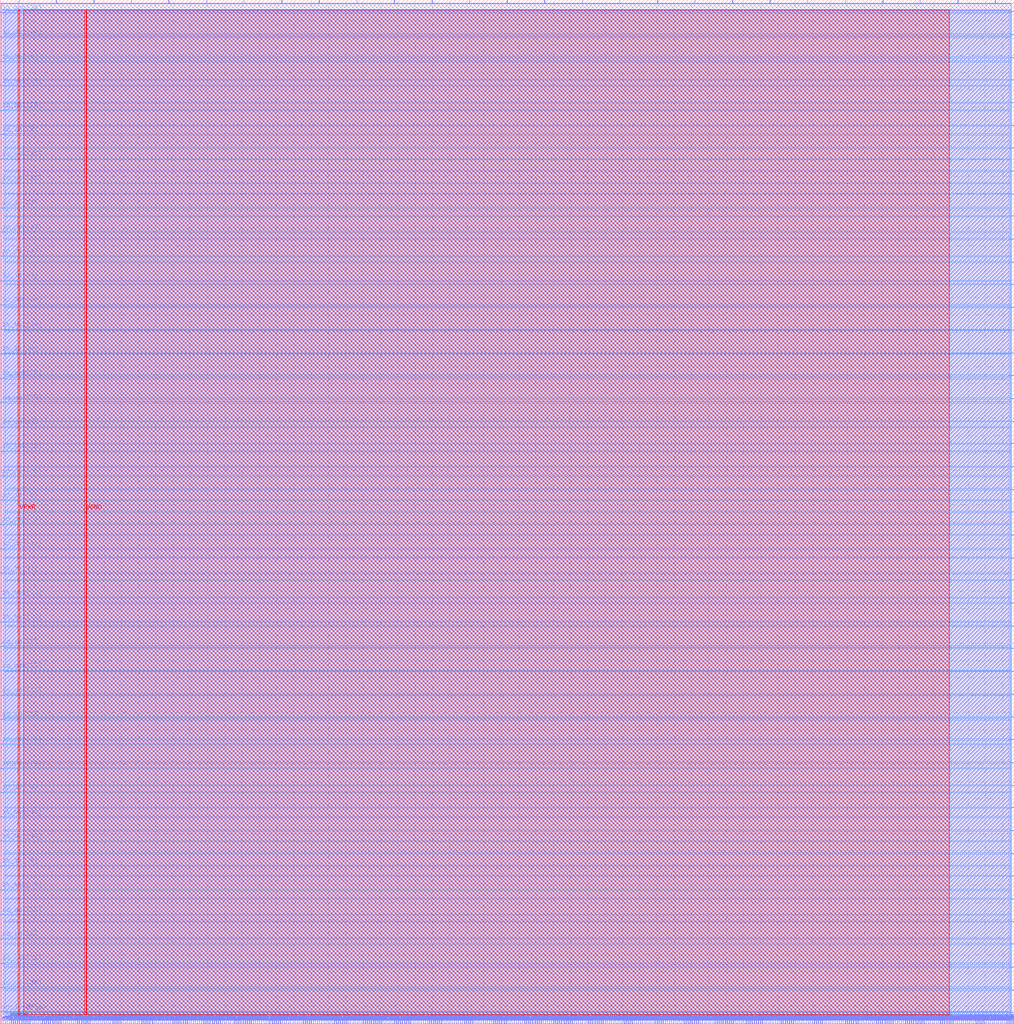
<source format=lef>
VERSION 5.7 ;
  NOWIREEXTENSIONATPIN ON ;
  DIVIDERCHAR "/" ;
  BUSBITCHARS "[]" ;
MACRO accelerator_top
  CLASS BLOCK ;
  FOREIGN accelerator_top ;
  ORIGIN 0.000 0.000 ;
  SIZE 1173.290 BY 1184.010 ;
  PIN io_in[0]
    DIRECTION INPUT ;
    PORT
      LAYER met3 ;
        RECT 1169.290 12.960 1173.290 13.560 ;
    END
  END io_in[0]
  PIN io_in[10]
    DIRECTION INPUT ;
    PORT
      LAYER met3 ;
        RECT 1169.290 801.760 1173.290 802.360 ;
    END
  END io_in[10]
  PIN io_in[11]
    DIRECTION INPUT ;
    PORT
      LAYER met3 ;
        RECT 1169.290 880.640 1173.290 881.240 ;
    END
  END io_in[11]
  PIN io_in[12]
    DIRECTION INPUT ;
    PORT
      LAYER met3 ;
        RECT 1169.290 959.520 1173.290 960.120 ;
    END
  END io_in[12]
  PIN io_in[13]
    DIRECTION INPUT ;
    PORT
      LAYER met3 ;
        RECT 1169.290 1038.400 1173.290 1039.000 ;
    END
  END io_in[13]
  PIN io_in[14]
    DIRECTION INPUT ;
    PORT
      LAYER met3 ;
        RECT 1169.290 1117.280 1173.290 1117.880 ;
    END
  END io_in[14]
  PIN io_in[15]
    DIRECTION INPUT ;
    PORT
      LAYER met2 ;
        RECT 1151.470 1180.010 1151.750 1184.010 ;
    END
  END io_in[15]
  PIN io_in[16]
    DIRECTION INPUT ;
    PORT
      LAYER met2 ;
        RECT 1021.290 1180.010 1021.570 1184.010 ;
    END
  END io_in[16]
  PIN io_in[17]
    DIRECTION INPUT ;
    PORT
      LAYER met2 ;
        RECT 890.650 1180.010 890.930 1184.010 ;
    END
  END io_in[17]
  PIN io_in[18]
    DIRECTION INPUT ;
    PORT
      LAYER met2 ;
        RECT 760.470 1180.010 760.750 1184.010 ;
    END
  END io_in[18]
  PIN io_in[19]
    DIRECTION INPUT ;
    PORT
      LAYER met2 ;
        RECT 629.830 1180.010 630.110 1184.010 ;
    END
  END io_in[19]
  PIN io_in[1]
    DIRECTION INPUT ;
    PORT
      LAYER met3 ;
        RECT 1169.290 91.840 1173.290 92.440 ;
    END
  END io_in[1]
  PIN io_in[20]
    DIRECTION INPUT ;
    PORT
      LAYER met2 ;
        RECT 499.650 1180.010 499.930 1184.010 ;
    END
  END io_in[20]
  PIN io_in[21]
    DIRECTION INPUT ;
    PORT
      LAYER met2 ;
        RECT 369.010 1180.010 369.290 1184.010 ;
    END
  END io_in[21]
  PIN io_in[22]
    DIRECTION INPUT ;
    PORT
      LAYER met2 ;
        RECT 238.830 1180.010 239.110 1184.010 ;
    END
  END io_in[22]
  PIN io_in[23]
    DIRECTION INPUT ;
    PORT
      LAYER met2 ;
        RECT 108.190 1180.010 108.470 1184.010 ;
    END
  END io_in[23]
  PIN io_in[24]
    DIRECTION INPUT ;
    PORT
      LAYER met3 ;
        RECT 0.000 1112.520 4.000 1113.120 ;
    END
  END io_in[24]
  PIN io_in[25]
    DIRECTION INPUT ;
    PORT
      LAYER met3 ;
        RECT 0.000 1028.200 4.000 1028.800 ;
    END
  END io_in[25]
  PIN io_in[26]
    DIRECTION INPUT ;
    PORT
      LAYER met3 ;
        RECT 0.000 943.200 4.000 943.800 ;
    END
  END io_in[26]
  PIN io_in[27]
    DIRECTION INPUT ;
    PORT
      LAYER met3 ;
        RECT 0.000 858.880 4.000 859.480 ;
    END
  END io_in[27]
  PIN io_in[28]
    DIRECTION INPUT ;
    PORT
      LAYER met3 ;
        RECT 0.000 774.560 4.000 775.160 ;
    END
  END io_in[28]
  PIN io_in[29]
    DIRECTION INPUT ;
    PORT
      LAYER met3 ;
        RECT 0.000 689.560 4.000 690.160 ;
    END
  END io_in[29]
  PIN io_in[2]
    DIRECTION INPUT ;
    PORT
      LAYER met3 ;
        RECT 1169.290 170.720 1173.290 171.320 ;
    END
  END io_in[2]
  PIN io_in[30]
    DIRECTION INPUT ;
    PORT
      LAYER met3 ;
        RECT 0.000 605.240 4.000 605.840 ;
    END
  END io_in[30]
  PIN io_in[31]
    DIRECTION INPUT ;
    PORT
      LAYER met3 ;
        RECT 0.000 520.920 4.000 521.520 ;
    END
  END io_in[31]
  PIN io_in[32]
    DIRECTION INPUT ;
    PORT
      LAYER met3 ;
        RECT 0.000 435.920 4.000 436.520 ;
    END
  END io_in[32]
  PIN io_in[33]
    DIRECTION INPUT ;
    PORT
      LAYER met3 ;
        RECT 0.000 351.600 4.000 352.200 ;
    END
  END io_in[33]
  PIN io_in[34]
    DIRECTION INPUT ;
    PORT
      LAYER met3 ;
        RECT 0.000 267.280 4.000 267.880 ;
    END
  END io_in[34]
  PIN io_in[35]
    DIRECTION INPUT ;
    PORT
      LAYER met3 ;
        RECT 0.000 182.280 4.000 182.880 ;
    END
  END io_in[35]
  PIN io_in[36]
    DIRECTION INPUT ;
    PORT
      LAYER met3 ;
        RECT 0.000 97.960 4.000 98.560 ;
    END
  END io_in[36]
  PIN io_in[37]
    DIRECTION INPUT ;
    PORT
      LAYER met3 ;
        RECT 0.000 13.640 4.000 14.240 ;
    END
  END io_in[37]
  PIN io_in[3]
    DIRECTION INPUT ;
    PORT
      LAYER met3 ;
        RECT 1169.290 249.600 1173.290 250.200 ;
    END
  END io_in[3]
  PIN io_in[4]
    DIRECTION INPUT ;
    PORT
      LAYER met3 ;
        RECT 1169.290 328.480 1173.290 329.080 ;
    END
  END io_in[4]
  PIN io_in[5]
    DIRECTION INPUT ;
    PORT
      LAYER met3 ;
        RECT 1169.290 407.360 1173.290 407.960 ;
    END
  END io_in[5]
  PIN io_in[6]
    DIRECTION INPUT ;
    PORT
      LAYER met3 ;
        RECT 1169.290 486.240 1173.290 486.840 ;
    END
  END io_in[6]
  PIN io_in[7]
    DIRECTION INPUT ;
    PORT
      LAYER met3 ;
        RECT 1169.290 565.120 1173.290 565.720 ;
    END
  END io_in[7]
  PIN io_in[8]
    DIRECTION INPUT ;
    PORT
      LAYER met3 ;
        RECT 1169.290 644.000 1173.290 644.600 ;
    END
  END io_in[8]
  PIN io_in[9]
    DIRECTION INPUT ;
    PORT
      LAYER met3 ;
        RECT 1169.290 722.880 1173.290 723.480 ;
    END
  END io_in[9]
  PIN io_oeb[0]
    DIRECTION OUTPUT TRISTATE ;
    PORT
      LAYER met3 ;
        RECT 1169.290 65.320 1173.290 65.920 ;
    END
  END io_oeb[0]
  PIN io_oeb[10]
    DIRECTION OUTPUT TRISTATE ;
    PORT
      LAYER met3 ;
        RECT 1169.290 854.800 1173.290 855.400 ;
    END
  END io_oeb[10]
  PIN io_oeb[11]
    DIRECTION OUTPUT TRISTATE ;
    PORT
      LAYER met3 ;
        RECT 1169.290 933.680 1173.290 934.280 ;
    END
  END io_oeb[11]
  PIN io_oeb[12]
    DIRECTION OUTPUT TRISTATE ;
    PORT
      LAYER met3 ;
        RECT 1169.290 1012.560 1173.290 1013.160 ;
    END
  END io_oeb[12]
  PIN io_oeb[13]
    DIRECTION OUTPUT TRISTATE ;
    PORT
      LAYER met3 ;
        RECT 1169.290 1091.440 1173.290 1092.040 ;
    END
  END io_oeb[13]
  PIN io_oeb[14]
    DIRECTION OUTPUT TRISTATE ;
    PORT
      LAYER met3 ;
        RECT 1169.290 1170.320 1173.290 1170.920 ;
    END
  END io_oeb[14]
  PIN io_oeb[15]
    DIRECTION OUTPUT TRISTATE ;
    PORT
      LAYER met2 ;
        RECT 1064.530 1180.010 1064.810 1184.010 ;
    END
  END io_oeb[15]
  PIN io_oeb[16]
    DIRECTION OUTPUT TRISTATE ;
    PORT
      LAYER met2 ;
        RECT 934.350 1180.010 934.630 1184.010 ;
    END
  END io_oeb[16]
  PIN io_oeb[17]
    DIRECTION OUTPUT TRISTATE ;
    PORT
      LAYER met2 ;
        RECT 803.710 1180.010 803.990 1184.010 ;
    END
  END io_oeb[17]
  PIN io_oeb[18]
    DIRECTION OUTPUT TRISTATE ;
    PORT
      LAYER met2 ;
        RECT 673.530 1180.010 673.810 1184.010 ;
    END
  END io_oeb[18]
  PIN io_oeb[19]
    DIRECTION OUTPUT TRISTATE ;
    PORT
      LAYER met2 ;
        RECT 542.890 1180.010 543.170 1184.010 ;
    END
  END io_oeb[19]
  PIN io_oeb[1]
    DIRECTION OUTPUT TRISTATE ;
    PORT
      LAYER met3 ;
        RECT 1169.290 144.200 1173.290 144.800 ;
    END
  END io_oeb[1]
  PIN io_oeb[20]
    DIRECTION OUTPUT TRISTATE ;
    PORT
      LAYER met2 ;
        RECT 412.710 1180.010 412.990 1184.010 ;
    END
  END io_oeb[20]
  PIN io_oeb[21]
    DIRECTION OUTPUT TRISTATE ;
    PORT
      LAYER met2 ;
        RECT 282.070 1180.010 282.350 1184.010 ;
    END
  END io_oeb[21]
  PIN io_oeb[22]
    DIRECTION OUTPUT TRISTATE ;
    PORT
      LAYER met2 ;
        RECT 151.890 1180.010 152.170 1184.010 ;
    END
  END io_oeb[22]
  PIN io_oeb[23]
    DIRECTION OUTPUT TRISTATE ;
    PORT
      LAYER met2 ;
        RECT 21.710 1180.010 21.990 1184.010 ;
    END
  END io_oeb[23]
  PIN io_oeb[24]
    DIRECTION OUTPUT TRISTATE ;
    PORT
      LAYER met3 ;
        RECT 0.000 1168.960 4.000 1169.560 ;
    END
  END io_oeb[24]
  PIN io_oeb[25]
    DIRECTION OUTPUT TRISTATE ;
    PORT
      LAYER met3 ;
        RECT 0.000 1084.640 4.000 1085.240 ;
    END
  END io_oeb[25]
  PIN io_oeb[26]
    DIRECTION OUTPUT TRISTATE ;
    PORT
      LAYER met3 ;
        RECT 0.000 999.640 4.000 1000.240 ;
    END
  END io_oeb[26]
  PIN io_oeb[27]
    DIRECTION OUTPUT TRISTATE ;
    PORT
      LAYER met3 ;
        RECT 0.000 915.320 4.000 915.920 ;
    END
  END io_oeb[27]
  PIN io_oeb[28]
    DIRECTION OUTPUT TRISTATE ;
    PORT
      LAYER met3 ;
        RECT 0.000 831.000 4.000 831.600 ;
    END
  END io_oeb[28]
  PIN io_oeb[29]
    DIRECTION OUTPUT TRISTATE ;
    PORT
      LAYER met3 ;
        RECT 0.000 746.000 4.000 746.600 ;
    END
  END io_oeb[29]
  PIN io_oeb[2]
    DIRECTION OUTPUT TRISTATE ;
    PORT
      LAYER met3 ;
        RECT 1169.290 223.080 1173.290 223.680 ;
    END
  END io_oeb[2]
  PIN io_oeb[30]
    DIRECTION OUTPUT TRISTATE ;
    PORT
      LAYER met3 ;
        RECT 0.000 661.680 4.000 662.280 ;
    END
  END io_oeb[30]
  PIN io_oeb[31]
    DIRECTION OUTPUT TRISTATE ;
    PORT
      LAYER met3 ;
        RECT 0.000 577.360 4.000 577.960 ;
    END
  END io_oeb[31]
  PIN io_oeb[32]
    DIRECTION OUTPUT TRISTATE ;
    PORT
      LAYER met3 ;
        RECT 0.000 492.360 4.000 492.960 ;
    END
  END io_oeb[32]
  PIN io_oeb[33]
    DIRECTION OUTPUT TRISTATE ;
    PORT
      LAYER met3 ;
        RECT 0.000 408.040 4.000 408.640 ;
    END
  END io_oeb[33]
  PIN io_oeb[34]
    DIRECTION OUTPUT TRISTATE ;
    PORT
      LAYER met3 ;
        RECT 0.000 323.040 4.000 323.640 ;
    END
  END io_oeb[34]
  PIN io_oeb[35]
    DIRECTION OUTPUT TRISTATE ;
    PORT
      LAYER met3 ;
        RECT 0.000 238.720 4.000 239.320 ;
    END
  END io_oeb[35]
  PIN io_oeb[36]
    DIRECTION OUTPUT TRISTATE ;
    PORT
      LAYER met3 ;
        RECT 0.000 154.400 4.000 155.000 ;
    END
  END io_oeb[36]
  PIN io_oeb[37]
    DIRECTION OUTPUT TRISTATE ;
    PORT
      LAYER met3 ;
        RECT 0.000 69.400 4.000 70.000 ;
    END
  END io_oeb[37]
  PIN io_oeb[3]
    DIRECTION OUTPUT TRISTATE ;
    PORT
      LAYER met3 ;
        RECT 1169.290 301.960 1173.290 302.560 ;
    END
  END io_oeb[3]
  PIN io_oeb[4]
    DIRECTION OUTPUT TRISTATE ;
    PORT
      LAYER met3 ;
        RECT 1169.290 380.840 1173.290 381.440 ;
    END
  END io_oeb[4]
  PIN io_oeb[5]
    DIRECTION OUTPUT TRISTATE ;
    PORT
      LAYER met3 ;
        RECT 1169.290 459.720 1173.290 460.320 ;
    END
  END io_oeb[5]
  PIN io_oeb[6]
    DIRECTION OUTPUT TRISTATE ;
    PORT
      LAYER met3 ;
        RECT 1169.290 538.600 1173.290 539.200 ;
    END
  END io_oeb[6]
  PIN io_oeb[7]
    DIRECTION OUTPUT TRISTATE ;
    PORT
      LAYER met3 ;
        RECT 1169.290 617.480 1173.290 618.080 ;
    END
  END io_oeb[7]
  PIN io_oeb[8]
    DIRECTION OUTPUT TRISTATE ;
    PORT
      LAYER met3 ;
        RECT 1169.290 696.360 1173.290 696.960 ;
    END
  END io_oeb[8]
  PIN io_oeb[9]
    DIRECTION OUTPUT TRISTATE ;
    PORT
      LAYER met3 ;
        RECT 1169.290 775.240 1173.290 775.840 ;
    END
  END io_oeb[9]
  PIN io_out[0]
    DIRECTION OUTPUT TRISTATE ;
    PORT
      LAYER met3 ;
        RECT 1169.290 38.800 1173.290 39.400 ;
    END
  END io_out[0]
  PIN io_out[10]
    DIRECTION OUTPUT TRISTATE ;
    PORT
      LAYER met3 ;
        RECT 1169.290 828.280 1173.290 828.880 ;
    END
  END io_out[10]
  PIN io_out[11]
    DIRECTION OUTPUT TRISTATE ;
    PORT
      LAYER met3 ;
        RECT 1169.290 907.160 1173.290 907.760 ;
    END
  END io_out[11]
  PIN io_out[12]
    DIRECTION OUTPUT TRISTATE ;
    PORT
      LAYER met3 ;
        RECT 1169.290 986.040 1173.290 986.640 ;
    END
  END io_out[12]
  PIN io_out[13]
    DIRECTION OUTPUT TRISTATE ;
    PORT
      LAYER met3 ;
        RECT 1169.290 1064.920 1173.290 1065.520 ;
    END
  END io_out[13]
  PIN io_out[14]
    DIRECTION OUTPUT TRISTATE ;
    PORT
      LAYER met3 ;
        RECT 1169.290 1143.800 1173.290 1144.400 ;
    END
  END io_out[14]
  PIN io_out[15]
    DIRECTION OUTPUT TRISTATE ;
    PORT
      LAYER met2 ;
        RECT 1108.230 1180.010 1108.510 1184.010 ;
    END
  END io_out[15]
  PIN io_out[16]
    DIRECTION OUTPUT TRISTATE ;
    PORT
      LAYER met2 ;
        RECT 977.590 1180.010 977.870 1184.010 ;
    END
  END io_out[16]
  PIN io_out[17]
    DIRECTION OUTPUT TRISTATE ;
    PORT
      LAYER met2 ;
        RECT 847.410 1180.010 847.690 1184.010 ;
    END
  END io_out[17]
  PIN io_out[18]
    DIRECTION OUTPUT TRISTATE ;
    PORT
      LAYER met2 ;
        RECT 716.770 1180.010 717.050 1184.010 ;
    END
  END io_out[18]
  PIN io_out[19]
    DIRECTION OUTPUT TRISTATE ;
    PORT
      LAYER met2 ;
        RECT 586.590 1180.010 586.870 1184.010 ;
    END
  END io_out[19]
  PIN io_out[1]
    DIRECTION OUTPUT TRISTATE ;
    PORT
      LAYER met3 ;
        RECT 1169.290 117.680 1173.290 118.280 ;
    END
  END io_out[1]
  PIN io_out[20]
    DIRECTION OUTPUT TRISTATE ;
    PORT
      LAYER met2 ;
        RECT 455.950 1180.010 456.230 1184.010 ;
    END
  END io_out[20]
  PIN io_out[21]
    DIRECTION OUTPUT TRISTATE ;
    PORT
      LAYER met2 ;
        RECT 325.770 1180.010 326.050 1184.010 ;
    END
  END io_out[21]
  PIN io_out[22]
    DIRECTION OUTPUT TRISTATE ;
    PORT
      LAYER met2 ;
        RECT 195.130 1180.010 195.410 1184.010 ;
    END
  END io_out[22]
  PIN io_out[23]
    DIRECTION OUTPUT TRISTATE ;
    PORT
      LAYER met2 ;
        RECT 64.950 1180.010 65.230 1184.010 ;
    END
  END io_out[23]
  PIN io_out[24]
    DIRECTION OUTPUT TRISTATE ;
    PORT
      LAYER met3 ;
        RECT 0.000 1141.080 4.000 1141.680 ;
    END
  END io_out[24]
  PIN io_out[25]
    DIRECTION OUTPUT TRISTATE ;
    PORT
      LAYER met3 ;
        RECT 0.000 1056.080 4.000 1056.680 ;
    END
  END io_out[25]
  PIN io_out[26]
    DIRECTION OUTPUT TRISTATE ;
    PORT
      LAYER met3 ;
        RECT 0.000 971.760 4.000 972.360 ;
    END
  END io_out[26]
  PIN io_out[27]
    DIRECTION OUTPUT TRISTATE ;
    PORT
      LAYER met3 ;
        RECT 0.000 887.440 4.000 888.040 ;
    END
  END io_out[27]
  PIN io_out[28]
    DIRECTION OUTPUT TRISTATE ;
    PORT
      LAYER met3 ;
        RECT 0.000 802.440 4.000 803.040 ;
    END
  END io_out[28]
  PIN io_out[29]
    DIRECTION OUTPUT TRISTATE ;
    PORT
      LAYER met3 ;
        RECT 0.000 718.120 4.000 718.720 ;
    END
  END io_out[29]
  PIN io_out[2]
    DIRECTION OUTPUT TRISTATE ;
    PORT
      LAYER met3 ;
        RECT 1169.290 196.560 1173.290 197.160 ;
    END
  END io_out[2]
  PIN io_out[30]
    DIRECTION OUTPUT TRISTATE ;
    PORT
      LAYER met3 ;
        RECT 0.000 633.120 4.000 633.720 ;
    END
  END io_out[30]
  PIN io_out[31]
    DIRECTION OUTPUT TRISTATE ;
    PORT
      LAYER met3 ;
        RECT 0.000 548.800 4.000 549.400 ;
    END
  END io_out[31]
  PIN io_out[32]
    DIRECTION OUTPUT TRISTATE ;
    PORT
      LAYER met3 ;
        RECT 0.000 464.480 4.000 465.080 ;
    END
  END io_out[32]
  PIN io_out[33]
    DIRECTION OUTPUT TRISTATE ;
    PORT
      LAYER met3 ;
        RECT 0.000 379.480 4.000 380.080 ;
    END
  END io_out[33]
  PIN io_out[34]
    DIRECTION OUTPUT TRISTATE ;
    PORT
      LAYER met3 ;
        RECT 0.000 295.160 4.000 295.760 ;
    END
  END io_out[34]
  PIN io_out[35]
    DIRECTION OUTPUT TRISTATE ;
    PORT
      LAYER met3 ;
        RECT 0.000 210.840 4.000 211.440 ;
    END
  END io_out[35]
  PIN io_out[36]
    DIRECTION OUTPUT TRISTATE ;
    PORT
      LAYER met3 ;
        RECT 0.000 125.840 4.000 126.440 ;
    END
  END io_out[36]
  PIN io_out[37]
    DIRECTION OUTPUT TRISTATE ;
    PORT
      LAYER met3 ;
        RECT 0.000 41.520 4.000 42.120 ;
    END
  END io_out[37]
  PIN io_out[3]
    DIRECTION OUTPUT TRISTATE ;
    PORT
      LAYER met3 ;
        RECT 1169.290 275.440 1173.290 276.040 ;
    END
  END io_out[3]
  PIN io_out[4]
    DIRECTION OUTPUT TRISTATE ;
    PORT
      LAYER met3 ;
        RECT 1169.290 354.320 1173.290 354.920 ;
    END
  END io_out[4]
  PIN io_out[5]
    DIRECTION OUTPUT TRISTATE ;
    PORT
      LAYER met3 ;
        RECT 1169.290 433.880 1173.290 434.480 ;
    END
  END io_out[5]
  PIN io_out[6]
    DIRECTION OUTPUT TRISTATE ;
    PORT
      LAYER met3 ;
        RECT 1169.290 512.760 1173.290 513.360 ;
    END
  END io_out[6]
  PIN io_out[7]
    DIRECTION OUTPUT TRISTATE ;
    PORT
      LAYER met3 ;
        RECT 1169.290 591.640 1173.290 592.240 ;
    END
  END io_out[7]
  PIN io_out[8]
    DIRECTION OUTPUT TRISTATE ;
    PORT
      LAYER met3 ;
        RECT 1169.290 670.520 1173.290 671.120 ;
    END
  END io_out[8]
  PIN io_out[9]
    DIRECTION OUTPUT TRISTATE ;
    PORT
      LAYER met3 ;
        RECT 1169.290 749.400 1173.290 750.000 ;
    END
  END io_out[9]
  PIN la_data_in[0]
    DIRECTION INPUT ;
    PORT
      LAYER met2 ;
        RECT 254.470 0.000 254.750 4.000 ;
    END
  END la_data_in[0]
  PIN la_data_in[100]
    DIRECTION INPUT ;
    PORT
      LAYER met2 ;
        RECT 972.990 0.000 973.270 4.000 ;
    END
  END la_data_in[100]
  PIN la_data_in[101]
    DIRECTION INPUT ;
    PORT
      LAYER met2 ;
        RECT 980.350 0.000 980.630 4.000 ;
    END
  END la_data_in[101]
  PIN la_data_in[102]
    DIRECTION INPUT ;
    PORT
      LAYER met2 ;
        RECT 987.250 0.000 987.530 4.000 ;
    END
  END la_data_in[102]
  PIN la_data_in[103]
    DIRECTION INPUT ;
    PORT
      LAYER met2 ;
        RECT 994.610 0.000 994.890 4.000 ;
    END
  END la_data_in[103]
  PIN la_data_in[104]
    DIRECTION INPUT ;
    PORT
      LAYER met2 ;
        RECT 1001.970 0.000 1002.250 4.000 ;
    END
  END la_data_in[104]
  PIN la_data_in[105]
    DIRECTION INPUT ;
    PORT
      LAYER met2 ;
        RECT 1008.870 0.000 1009.150 4.000 ;
    END
  END la_data_in[105]
  PIN la_data_in[106]
    DIRECTION INPUT ;
    PORT
      LAYER met2 ;
        RECT 1016.230 0.000 1016.510 4.000 ;
    END
  END la_data_in[106]
  PIN la_data_in[107]
    DIRECTION INPUT ;
    PORT
      LAYER met2 ;
        RECT 1023.590 0.000 1023.870 4.000 ;
    END
  END la_data_in[107]
  PIN la_data_in[108]
    DIRECTION INPUT ;
    PORT
      LAYER met2 ;
        RECT 1030.490 0.000 1030.770 4.000 ;
    END
  END la_data_in[108]
  PIN la_data_in[109]
    DIRECTION INPUT ;
    PORT
      LAYER met2 ;
        RECT 1037.850 0.000 1038.130 4.000 ;
    END
  END la_data_in[109]
  PIN la_data_in[10]
    DIRECTION INPUT ;
    PORT
      LAYER met2 ;
        RECT 326.690 0.000 326.970 4.000 ;
    END
  END la_data_in[10]
  PIN la_data_in[110]
    DIRECTION INPUT ;
    PORT
      LAYER met2 ;
        RECT 1044.750 0.000 1045.030 4.000 ;
    END
  END la_data_in[110]
  PIN la_data_in[111]
    DIRECTION INPUT ;
    PORT
      LAYER met2 ;
        RECT 1052.110 0.000 1052.390 4.000 ;
    END
  END la_data_in[111]
  PIN la_data_in[112]
    DIRECTION INPUT ;
    PORT
      LAYER met2 ;
        RECT 1059.470 0.000 1059.750 4.000 ;
    END
  END la_data_in[112]
  PIN la_data_in[113]
    DIRECTION INPUT ;
    PORT
      LAYER met2 ;
        RECT 1066.370 0.000 1066.650 4.000 ;
    END
  END la_data_in[113]
  PIN la_data_in[114]
    DIRECTION INPUT ;
    PORT
      LAYER met2 ;
        RECT 1073.730 0.000 1074.010 4.000 ;
    END
  END la_data_in[114]
  PIN la_data_in[115]
    DIRECTION INPUT ;
    PORT
      LAYER met2 ;
        RECT 1080.630 0.000 1080.910 4.000 ;
    END
  END la_data_in[115]
  PIN la_data_in[116]
    DIRECTION INPUT ;
    PORT
      LAYER met2 ;
        RECT 1087.990 0.000 1088.270 4.000 ;
    END
  END la_data_in[116]
  PIN la_data_in[117]
    DIRECTION INPUT ;
    PORT
      LAYER met2 ;
        RECT 1095.350 0.000 1095.630 4.000 ;
    END
  END la_data_in[117]
  PIN la_data_in[118]
    DIRECTION INPUT ;
    PORT
      LAYER met2 ;
        RECT 1102.250 0.000 1102.530 4.000 ;
    END
  END la_data_in[118]
  PIN la_data_in[119]
    DIRECTION INPUT ;
    PORT
      LAYER met2 ;
        RECT 1109.610 0.000 1109.890 4.000 ;
    END
  END la_data_in[119]
  PIN la_data_in[11]
    DIRECTION INPUT ;
    PORT
      LAYER met2 ;
        RECT 333.590 0.000 333.870 4.000 ;
    END
  END la_data_in[11]
  PIN la_data_in[120]
    DIRECTION INPUT ;
    PORT
      LAYER met2 ;
        RECT 1116.970 0.000 1117.250 4.000 ;
    END
  END la_data_in[120]
  PIN la_data_in[121]
    DIRECTION INPUT ;
    PORT
      LAYER met2 ;
        RECT 1123.870 0.000 1124.150 4.000 ;
    END
  END la_data_in[121]
  PIN la_data_in[122]
    DIRECTION INPUT ;
    PORT
      LAYER met2 ;
        RECT 1131.230 0.000 1131.510 4.000 ;
    END
  END la_data_in[122]
  PIN la_data_in[123]
    DIRECTION INPUT ;
    PORT
      LAYER met2 ;
        RECT 1138.130 0.000 1138.410 4.000 ;
    END
  END la_data_in[123]
  PIN la_data_in[124]
    DIRECTION INPUT ;
    PORT
      LAYER met2 ;
        RECT 1145.490 0.000 1145.770 4.000 ;
    END
  END la_data_in[124]
  PIN la_data_in[125]
    DIRECTION INPUT ;
    PORT
      LAYER met2 ;
        RECT 1152.850 0.000 1153.130 4.000 ;
    END
  END la_data_in[125]
  PIN la_data_in[126]
    DIRECTION INPUT ;
    PORT
      LAYER met2 ;
        RECT 1159.750 0.000 1160.030 4.000 ;
    END
  END la_data_in[126]
  PIN la_data_in[127]
    DIRECTION INPUT ;
    PORT
      LAYER met2 ;
        RECT 1167.110 0.000 1167.390 4.000 ;
    END
  END la_data_in[127]
  PIN la_data_in[12]
    DIRECTION INPUT ;
    PORT
      LAYER met2 ;
        RECT 340.950 0.000 341.230 4.000 ;
    END
  END la_data_in[12]
  PIN la_data_in[13]
    DIRECTION INPUT ;
    PORT
      LAYER met2 ;
        RECT 347.850 0.000 348.130 4.000 ;
    END
  END la_data_in[13]
  PIN la_data_in[14]
    DIRECTION INPUT ;
    PORT
      LAYER met2 ;
        RECT 355.210 0.000 355.490 4.000 ;
    END
  END la_data_in[14]
  PIN la_data_in[15]
    DIRECTION INPUT ;
    PORT
      LAYER met2 ;
        RECT 362.570 0.000 362.850 4.000 ;
    END
  END la_data_in[15]
  PIN la_data_in[16]
    DIRECTION INPUT ;
    PORT
      LAYER met2 ;
        RECT 369.470 0.000 369.750 4.000 ;
    END
  END la_data_in[16]
  PIN la_data_in[17]
    DIRECTION INPUT ;
    PORT
      LAYER met2 ;
        RECT 376.830 0.000 377.110 4.000 ;
    END
  END la_data_in[17]
  PIN la_data_in[18]
    DIRECTION INPUT ;
    PORT
      LAYER met2 ;
        RECT 383.730 0.000 384.010 4.000 ;
    END
  END la_data_in[18]
  PIN la_data_in[19]
    DIRECTION INPUT ;
    PORT
      LAYER met2 ;
        RECT 391.090 0.000 391.370 4.000 ;
    END
  END la_data_in[19]
  PIN la_data_in[1]
    DIRECTION INPUT ;
    PORT
      LAYER met2 ;
        RECT 261.830 0.000 262.110 4.000 ;
    END
  END la_data_in[1]
  PIN la_data_in[20]
    DIRECTION INPUT ;
    PORT
      LAYER met2 ;
        RECT 398.450 0.000 398.730 4.000 ;
    END
  END la_data_in[20]
  PIN la_data_in[21]
    DIRECTION INPUT ;
    PORT
      LAYER met2 ;
        RECT 405.350 0.000 405.630 4.000 ;
    END
  END la_data_in[21]
  PIN la_data_in[22]
    DIRECTION INPUT ;
    PORT
      LAYER met2 ;
        RECT 412.710 0.000 412.990 4.000 ;
    END
  END la_data_in[22]
  PIN la_data_in[23]
    DIRECTION INPUT ;
    PORT
      LAYER met2 ;
        RECT 420.070 0.000 420.350 4.000 ;
    END
  END la_data_in[23]
  PIN la_data_in[24]
    DIRECTION INPUT ;
    PORT
      LAYER met2 ;
        RECT 426.970 0.000 427.250 4.000 ;
    END
  END la_data_in[24]
  PIN la_data_in[25]
    DIRECTION INPUT ;
    PORT
      LAYER met2 ;
        RECT 434.330 0.000 434.610 4.000 ;
    END
  END la_data_in[25]
  PIN la_data_in[26]
    DIRECTION INPUT ;
    PORT
      LAYER met2 ;
        RECT 441.230 0.000 441.510 4.000 ;
    END
  END la_data_in[26]
  PIN la_data_in[27]
    DIRECTION INPUT ;
    PORT
      LAYER met2 ;
        RECT 448.590 0.000 448.870 4.000 ;
    END
  END la_data_in[27]
  PIN la_data_in[28]
    DIRECTION INPUT ;
    PORT
      LAYER met2 ;
        RECT 455.950 0.000 456.230 4.000 ;
    END
  END la_data_in[28]
  PIN la_data_in[29]
    DIRECTION INPUT ;
    PORT
      LAYER met2 ;
        RECT 462.850 0.000 463.130 4.000 ;
    END
  END la_data_in[29]
  PIN la_data_in[2]
    DIRECTION INPUT ;
    PORT
      LAYER met2 ;
        RECT 269.190 0.000 269.470 4.000 ;
    END
  END la_data_in[2]
  PIN la_data_in[30]
    DIRECTION INPUT ;
    PORT
      LAYER met2 ;
        RECT 470.210 0.000 470.490 4.000 ;
    END
  END la_data_in[30]
  PIN la_data_in[31]
    DIRECTION INPUT ;
    PORT
      LAYER met2 ;
        RECT 477.570 0.000 477.850 4.000 ;
    END
  END la_data_in[31]
  PIN la_data_in[32]
    DIRECTION INPUT ;
    PORT
      LAYER met2 ;
        RECT 484.470 0.000 484.750 4.000 ;
    END
  END la_data_in[32]
  PIN la_data_in[33]
    DIRECTION INPUT ;
    PORT
      LAYER met2 ;
        RECT 491.830 0.000 492.110 4.000 ;
    END
  END la_data_in[33]
  PIN la_data_in[34]
    DIRECTION INPUT ;
    PORT
      LAYER met2 ;
        RECT 498.730 0.000 499.010 4.000 ;
    END
  END la_data_in[34]
  PIN la_data_in[35]
    DIRECTION INPUT ;
    PORT
      LAYER met2 ;
        RECT 506.090 0.000 506.370 4.000 ;
    END
  END la_data_in[35]
  PIN la_data_in[36]
    DIRECTION INPUT ;
    PORT
      LAYER met2 ;
        RECT 513.450 0.000 513.730 4.000 ;
    END
  END la_data_in[36]
  PIN la_data_in[37]
    DIRECTION INPUT ;
    PORT
      LAYER met2 ;
        RECT 520.350 0.000 520.630 4.000 ;
    END
  END la_data_in[37]
  PIN la_data_in[38]
    DIRECTION INPUT ;
    PORT
      LAYER met2 ;
        RECT 527.710 0.000 527.990 4.000 ;
    END
  END la_data_in[38]
  PIN la_data_in[39]
    DIRECTION INPUT ;
    PORT
      LAYER met2 ;
        RECT 534.610 0.000 534.890 4.000 ;
    END
  END la_data_in[39]
  PIN la_data_in[3]
    DIRECTION INPUT ;
    PORT
      LAYER met2 ;
        RECT 276.090 0.000 276.370 4.000 ;
    END
  END la_data_in[3]
  PIN la_data_in[40]
    DIRECTION INPUT ;
    PORT
      LAYER met2 ;
        RECT 541.970 0.000 542.250 4.000 ;
    END
  END la_data_in[40]
  PIN la_data_in[41]
    DIRECTION INPUT ;
    PORT
      LAYER met2 ;
        RECT 549.330 0.000 549.610 4.000 ;
    END
  END la_data_in[41]
  PIN la_data_in[42]
    DIRECTION INPUT ;
    PORT
      LAYER met2 ;
        RECT 556.230 0.000 556.510 4.000 ;
    END
  END la_data_in[42]
  PIN la_data_in[43]
    DIRECTION INPUT ;
    PORT
      LAYER met2 ;
        RECT 563.590 0.000 563.870 4.000 ;
    END
  END la_data_in[43]
  PIN la_data_in[44]
    DIRECTION INPUT ;
    PORT
      LAYER met2 ;
        RECT 570.950 0.000 571.230 4.000 ;
    END
  END la_data_in[44]
  PIN la_data_in[45]
    DIRECTION INPUT ;
    PORT
      LAYER met2 ;
        RECT 577.850 0.000 578.130 4.000 ;
    END
  END la_data_in[45]
  PIN la_data_in[46]
    DIRECTION INPUT ;
    PORT
      LAYER met2 ;
        RECT 585.210 0.000 585.490 4.000 ;
    END
  END la_data_in[46]
  PIN la_data_in[47]
    DIRECTION INPUT ;
    PORT
      LAYER met2 ;
        RECT 592.110 0.000 592.390 4.000 ;
    END
  END la_data_in[47]
  PIN la_data_in[48]
    DIRECTION INPUT ;
    PORT
      LAYER met2 ;
        RECT 599.470 0.000 599.750 4.000 ;
    END
  END la_data_in[48]
  PIN la_data_in[49]
    DIRECTION INPUT ;
    PORT
      LAYER met2 ;
        RECT 606.830 0.000 607.110 4.000 ;
    END
  END la_data_in[49]
  PIN la_data_in[4]
    DIRECTION INPUT ;
    PORT
      LAYER met2 ;
        RECT 283.450 0.000 283.730 4.000 ;
    END
  END la_data_in[4]
  PIN la_data_in[50]
    DIRECTION INPUT ;
    PORT
      LAYER met2 ;
        RECT 613.730 0.000 614.010 4.000 ;
    END
  END la_data_in[50]
  PIN la_data_in[51]
    DIRECTION INPUT ;
    PORT
      LAYER met2 ;
        RECT 621.090 0.000 621.370 4.000 ;
    END
  END la_data_in[51]
  PIN la_data_in[52]
    DIRECTION INPUT ;
    PORT
      LAYER met2 ;
        RECT 628.450 0.000 628.730 4.000 ;
    END
  END la_data_in[52]
  PIN la_data_in[53]
    DIRECTION INPUT ;
    PORT
      LAYER met2 ;
        RECT 635.350 0.000 635.630 4.000 ;
    END
  END la_data_in[53]
  PIN la_data_in[54]
    DIRECTION INPUT ;
    PORT
      LAYER met2 ;
        RECT 642.710 0.000 642.990 4.000 ;
    END
  END la_data_in[54]
  PIN la_data_in[55]
    DIRECTION INPUT ;
    PORT
      LAYER met2 ;
        RECT 649.610 0.000 649.890 4.000 ;
    END
  END la_data_in[55]
  PIN la_data_in[56]
    DIRECTION INPUT ;
    PORT
      LAYER met2 ;
        RECT 656.970 0.000 657.250 4.000 ;
    END
  END la_data_in[56]
  PIN la_data_in[57]
    DIRECTION INPUT ;
    PORT
      LAYER met2 ;
        RECT 664.330 0.000 664.610 4.000 ;
    END
  END la_data_in[57]
  PIN la_data_in[58]
    DIRECTION INPUT ;
    PORT
      LAYER met2 ;
        RECT 671.230 0.000 671.510 4.000 ;
    END
  END la_data_in[58]
  PIN la_data_in[59]
    DIRECTION INPUT ;
    PORT
      LAYER met2 ;
        RECT 678.590 0.000 678.870 4.000 ;
    END
  END la_data_in[59]
  PIN la_data_in[5]
    DIRECTION INPUT ;
    PORT
      LAYER met2 ;
        RECT 290.350 0.000 290.630 4.000 ;
    END
  END la_data_in[5]
  PIN la_data_in[60]
    DIRECTION INPUT ;
    PORT
      LAYER met2 ;
        RECT 685.490 0.000 685.770 4.000 ;
    END
  END la_data_in[60]
  PIN la_data_in[61]
    DIRECTION INPUT ;
    PORT
      LAYER met2 ;
        RECT 692.850 0.000 693.130 4.000 ;
    END
  END la_data_in[61]
  PIN la_data_in[62]
    DIRECTION INPUT ;
    PORT
      LAYER met2 ;
        RECT 700.210 0.000 700.490 4.000 ;
    END
  END la_data_in[62]
  PIN la_data_in[63]
    DIRECTION INPUT ;
    PORT
      LAYER met2 ;
        RECT 707.110 0.000 707.390 4.000 ;
    END
  END la_data_in[63]
  PIN la_data_in[64]
    DIRECTION INPUT ;
    PORT
      LAYER met2 ;
        RECT 714.470 0.000 714.750 4.000 ;
    END
  END la_data_in[64]
  PIN la_data_in[65]
    DIRECTION INPUT ;
    PORT
      LAYER met2 ;
        RECT 721.830 0.000 722.110 4.000 ;
    END
  END la_data_in[65]
  PIN la_data_in[66]
    DIRECTION INPUT ;
    PORT
      LAYER met2 ;
        RECT 728.730 0.000 729.010 4.000 ;
    END
  END la_data_in[66]
  PIN la_data_in[67]
    DIRECTION INPUT ;
    PORT
      LAYER met2 ;
        RECT 736.090 0.000 736.370 4.000 ;
    END
  END la_data_in[67]
  PIN la_data_in[68]
    DIRECTION INPUT ;
    PORT
      LAYER met2 ;
        RECT 742.990 0.000 743.270 4.000 ;
    END
  END la_data_in[68]
  PIN la_data_in[69]
    DIRECTION INPUT ;
    PORT
      LAYER met2 ;
        RECT 750.350 0.000 750.630 4.000 ;
    END
  END la_data_in[69]
  PIN la_data_in[6]
    DIRECTION INPUT ;
    PORT
      LAYER met2 ;
        RECT 297.710 0.000 297.990 4.000 ;
    END
  END la_data_in[6]
  PIN la_data_in[70]
    DIRECTION INPUT ;
    PORT
      LAYER met2 ;
        RECT 757.710 0.000 757.990 4.000 ;
    END
  END la_data_in[70]
  PIN la_data_in[71]
    DIRECTION INPUT ;
    PORT
      LAYER met2 ;
        RECT 764.610 0.000 764.890 4.000 ;
    END
  END la_data_in[71]
  PIN la_data_in[72]
    DIRECTION INPUT ;
    PORT
      LAYER met2 ;
        RECT 771.970 0.000 772.250 4.000 ;
    END
  END la_data_in[72]
  PIN la_data_in[73]
    DIRECTION INPUT ;
    PORT
      LAYER met2 ;
        RECT 778.870 0.000 779.150 4.000 ;
    END
  END la_data_in[73]
  PIN la_data_in[74]
    DIRECTION INPUT ;
    PORT
      LAYER met2 ;
        RECT 786.230 0.000 786.510 4.000 ;
    END
  END la_data_in[74]
  PIN la_data_in[75]
    DIRECTION INPUT ;
    PORT
      LAYER met2 ;
        RECT 793.590 0.000 793.870 4.000 ;
    END
  END la_data_in[75]
  PIN la_data_in[76]
    DIRECTION INPUT ;
    PORT
      LAYER met2 ;
        RECT 800.490 0.000 800.770 4.000 ;
    END
  END la_data_in[76]
  PIN la_data_in[77]
    DIRECTION INPUT ;
    PORT
      LAYER met2 ;
        RECT 807.850 0.000 808.130 4.000 ;
    END
  END la_data_in[77]
  PIN la_data_in[78]
    DIRECTION INPUT ;
    PORT
      LAYER met2 ;
        RECT 815.210 0.000 815.490 4.000 ;
    END
  END la_data_in[78]
  PIN la_data_in[79]
    DIRECTION INPUT ;
    PORT
      LAYER met2 ;
        RECT 822.110 0.000 822.390 4.000 ;
    END
  END la_data_in[79]
  PIN la_data_in[7]
    DIRECTION INPUT ;
    PORT
      LAYER met2 ;
        RECT 305.070 0.000 305.350 4.000 ;
    END
  END la_data_in[7]
  PIN la_data_in[80]
    DIRECTION INPUT ;
    PORT
      LAYER met2 ;
        RECT 829.470 0.000 829.750 4.000 ;
    END
  END la_data_in[80]
  PIN la_data_in[81]
    DIRECTION INPUT ;
    PORT
      LAYER met2 ;
        RECT 836.370 0.000 836.650 4.000 ;
    END
  END la_data_in[81]
  PIN la_data_in[82]
    DIRECTION INPUT ;
    PORT
      LAYER met2 ;
        RECT 843.730 0.000 844.010 4.000 ;
    END
  END la_data_in[82]
  PIN la_data_in[83]
    DIRECTION INPUT ;
    PORT
      LAYER met2 ;
        RECT 851.090 0.000 851.370 4.000 ;
    END
  END la_data_in[83]
  PIN la_data_in[84]
    DIRECTION INPUT ;
    PORT
      LAYER met2 ;
        RECT 857.990 0.000 858.270 4.000 ;
    END
  END la_data_in[84]
  PIN la_data_in[85]
    DIRECTION INPUT ;
    PORT
      LAYER met2 ;
        RECT 865.350 0.000 865.630 4.000 ;
    END
  END la_data_in[85]
  PIN la_data_in[86]
    DIRECTION INPUT ;
    PORT
      LAYER met2 ;
        RECT 872.710 0.000 872.990 4.000 ;
    END
  END la_data_in[86]
  PIN la_data_in[87]
    DIRECTION INPUT ;
    PORT
      LAYER met2 ;
        RECT 879.610 0.000 879.890 4.000 ;
    END
  END la_data_in[87]
  PIN la_data_in[88]
    DIRECTION INPUT ;
    PORT
      LAYER met2 ;
        RECT 886.970 0.000 887.250 4.000 ;
    END
  END la_data_in[88]
  PIN la_data_in[89]
    DIRECTION INPUT ;
    PORT
      LAYER met2 ;
        RECT 893.870 0.000 894.150 4.000 ;
    END
  END la_data_in[89]
  PIN la_data_in[8]
    DIRECTION INPUT ;
    PORT
      LAYER met2 ;
        RECT 311.970 0.000 312.250 4.000 ;
    END
  END la_data_in[8]
  PIN la_data_in[90]
    DIRECTION INPUT ;
    PORT
      LAYER met2 ;
        RECT 901.230 0.000 901.510 4.000 ;
    END
  END la_data_in[90]
  PIN la_data_in[91]
    DIRECTION INPUT ;
    PORT
      LAYER met2 ;
        RECT 908.590 0.000 908.870 4.000 ;
    END
  END la_data_in[91]
  PIN la_data_in[92]
    DIRECTION INPUT ;
    PORT
      LAYER met2 ;
        RECT 915.490 0.000 915.770 4.000 ;
    END
  END la_data_in[92]
  PIN la_data_in[93]
    DIRECTION INPUT ;
    PORT
      LAYER met2 ;
        RECT 922.850 0.000 923.130 4.000 ;
    END
  END la_data_in[93]
  PIN la_data_in[94]
    DIRECTION INPUT ;
    PORT
      LAYER met2 ;
        RECT 929.750 0.000 930.030 4.000 ;
    END
  END la_data_in[94]
  PIN la_data_in[95]
    DIRECTION INPUT ;
    PORT
      LAYER met2 ;
        RECT 937.110 0.000 937.390 4.000 ;
    END
  END la_data_in[95]
  PIN la_data_in[96]
    DIRECTION INPUT ;
    PORT
      LAYER met2 ;
        RECT 944.470 0.000 944.750 4.000 ;
    END
  END la_data_in[96]
  PIN la_data_in[97]
    DIRECTION INPUT ;
    PORT
      LAYER met2 ;
        RECT 951.370 0.000 951.650 4.000 ;
    END
  END la_data_in[97]
  PIN la_data_in[98]
    DIRECTION INPUT ;
    PORT
      LAYER met2 ;
        RECT 958.730 0.000 959.010 4.000 ;
    END
  END la_data_in[98]
  PIN la_data_in[99]
    DIRECTION INPUT ;
    PORT
      LAYER met2 ;
        RECT 966.090 0.000 966.370 4.000 ;
    END
  END la_data_in[99]
  PIN la_data_in[9]
    DIRECTION INPUT ;
    PORT
      LAYER met2 ;
        RECT 319.330 0.000 319.610 4.000 ;
    END
  END la_data_in[9]
  PIN la_data_out[0]
    DIRECTION OUTPUT TRISTATE ;
    PORT
      LAYER met2 ;
        RECT 257.230 0.000 257.510 4.000 ;
    END
  END la_data_out[0]
  PIN la_data_out[100]
    DIRECTION OUTPUT TRISTATE ;
    PORT
      LAYER met2 ;
        RECT 975.290 0.000 975.570 4.000 ;
    END
  END la_data_out[100]
  PIN la_data_out[101]
    DIRECTION OUTPUT TRISTATE ;
    PORT
      LAYER met2 ;
        RECT 982.650 0.000 982.930 4.000 ;
    END
  END la_data_out[101]
  PIN la_data_out[102]
    DIRECTION OUTPUT TRISTATE ;
    PORT
      LAYER met2 ;
        RECT 990.010 0.000 990.290 4.000 ;
    END
  END la_data_out[102]
  PIN la_data_out[103]
    DIRECTION OUTPUT TRISTATE ;
    PORT
      LAYER met2 ;
        RECT 996.910 0.000 997.190 4.000 ;
    END
  END la_data_out[103]
  PIN la_data_out[104]
    DIRECTION OUTPUT TRISTATE ;
    PORT
      LAYER met2 ;
        RECT 1004.270 0.000 1004.550 4.000 ;
    END
  END la_data_out[104]
  PIN la_data_out[105]
    DIRECTION OUTPUT TRISTATE ;
    PORT
      LAYER met2 ;
        RECT 1011.170 0.000 1011.450 4.000 ;
    END
  END la_data_out[105]
  PIN la_data_out[106]
    DIRECTION OUTPUT TRISTATE ;
    PORT
      LAYER met2 ;
        RECT 1018.530 0.000 1018.810 4.000 ;
    END
  END la_data_out[106]
  PIN la_data_out[107]
    DIRECTION OUTPUT TRISTATE ;
    PORT
      LAYER met2 ;
        RECT 1025.890 0.000 1026.170 4.000 ;
    END
  END la_data_out[107]
  PIN la_data_out[108]
    DIRECTION OUTPUT TRISTATE ;
    PORT
      LAYER met2 ;
        RECT 1032.790 0.000 1033.070 4.000 ;
    END
  END la_data_out[108]
  PIN la_data_out[109]
    DIRECTION OUTPUT TRISTATE ;
    PORT
      LAYER met2 ;
        RECT 1040.150 0.000 1040.430 4.000 ;
    END
  END la_data_out[109]
  PIN la_data_out[10]
    DIRECTION OUTPUT TRISTATE ;
    PORT
      LAYER met2 ;
        RECT 328.990 0.000 329.270 4.000 ;
    END
  END la_data_out[10]
  PIN la_data_out[110]
    DIRECTION OUTPUT TRISTATE ;
    PORT
      LAYER met2 ;
        RECT 1047.510 0.000 1047.790 4.000 ;
    END
  END la_data_out[110]
  PIN la_data_out[111]
    DIRECTION OUTPUT TRISTATE ;
    PORT
      LAYER met2 ;
        RECT 1054.410 0.000 1054.690 4.000 ;
    END
  END la_data_out[111]
  PIN la_data_out[112]
    DIRECTION OUTPUT TRISTATE ;
    PORT
      LAYER met2 ;
        RECT 1061.770 0.000 1062.050 4.000 ;
    END
  END la_data_out[112]
  PIN la_data_out[113]
    DIRECTION OUTPUT TRISTATE ;
    PORT
      LAYER met2 ;
        RECT 1068.670 0.000 1068.950 4.000 ;
    END
  END la_data_out[113]
  PIN la_data_out[114]
    DIRECTION OUTPUT TRISTATE ;
    PORT
      LAYER met2 ;
        RECT 1076.030 0.000 1076.310 4.000 ;
    END
  END la_data_out[114]
  PIN la_data_out[115]
    DIRECTION OUTPUT TRISTATE ;
    PORT
      LAYER met2 ;
        RECT 1083.390 0.000 1083.670 4.000 ;
    END
  END la_data_out[115]
  PIN la_data_out[116]
    DIRECTION OUTPUT TRISTATE ;
    PORT
      LAYER met2 ;
        RECT 1090.290 0.000 1090.570 4.000 ;
    END
  END la_data_out[116]
  PIN la_data_out[117]
    DIRECTION OUTPUT TRISTATE ;
    PORT
      LAYER met2 ;
        RECT 1097.650 0.000 1097.930 4.000 ;
    END
  END la_data_out[117]
  PIN la_data_out[118]
    DIRECTION OUTPUT TRISTATE ;
    PORT
      LAYER met2 ;
        RECT 1105.010 0.000 1105.290 4.000 ;
    END
  END la_data_out[118]
  PIN la_data_out[119]
    DIRECTION OUTPUT TRISTATE ;
    PORT
      LAYER met2 ;
        RECT 1111.910 0.000 1112.190 4.000 ;
    END
  END la_data_out[119]
  PIN la_data_out[11]
    DIRECTION OUTPUT TRISTATE ;
    PORT
      LAYER met2 ;
        RECT 335.890 0.000 336.170 4.000 ;
    END
  END la_data_out[11]
  PIN la_data_out[120]
    DIRECTION OUTPUT TRISTATE ;
    PORT
      LAYER met2 ;
        RECT 1119.270 0.000 1119.550 4.000 ;
    END
  END la_data_out[120]
  PIN la_data_out[121]
    DIRECTION OUTPUT TRISTATE ;
    PORT
      LAYER met2 ;
        RECT 1126.170 0.000 1126.450 4.000 ;
    END
  END la_data_out[121]
  PIN la_data_out[122]
    DIRECTION OUTPUT TRISTATE ;
    PORT
      LAYER met2 ;
        RECT 1133.530 0.000 1133.810 4.000 ;
    END
  END la_data_out[122]
  PIN la_data_out[123]
    DIRECTION OUTPUT TRISTATE ;
    PORT
      LAYER met2 ;
        RECT 1140.890 0.000 1141.170 4.000 ;
    END
  END la_data_out[123]
  PIN la_data_out[124]
    DIRECTION OUTPUT TRISTATE ;
    PORT
      LAYER met2 ;
        RECT 1147.790 0.000 1148.070 4.000 ;
    END
  END la_data_out[124]
  PIN la_data_out[125]
    DIRECTION OUTPUT TRISTATE ;
    PORT
      LAYER met2 ;
        RECT 1155.150 0.000 1155.430 4.000 ;
    END
  END la_data_out[125]
  PIN la_data_out[126]
    DIRECTION OUTPUT TRISTATE ;
    PORT
      LAYER met2 ;
        RECT 1162.050 0.000 1162.330 4.000 ;
    END
  END la_data_out[126]
  PIN la_data_out[127]
    DIRECTION OUTPUT TRISTATE ;
    PORT
      LAYER met2 ;
        RECT 1169.410 0.000 1169.690 4.000 ;
    END
  END la_data_out[127]
  PIN la_data_out[12]
    DIRECTION OUTPUT TRISTATE ;
    PORT
      LAYER met2 ;
        RECT 343.250 0.000 343.530 4.000 ;
    END
  END la_data_out[12]
  PIN la_data_out[13]
    DIRECTION OUTPUT TRISTATE ;
    PORT
      LAYER met2 ;
        RECT 350.610 0.000 350.890 4.000 ;
    END
  END la_data_out[13]
  PIN la_data_out[14]
    DIRECTION OUTPUT TRISTATE ;
    PORT
      LAYER met2 ;
        RECT 357.510 0.000 357.790 4.000 ;
    END
  END la_data_out[14]
  PIN la_data_out[15]
    DIRECTION OUTPUT TRISTATE ;
    PORT
      LAYER met2 ;
        RECT 364.870 0.000 365.150 4.000 ;
    END
  END la_data_out[15]
  PIN la_data_out[16]
    DIRECTION OUTPUT TRISTATE ;
    PORT
      LAYER met2 ;
        RECT 371.770 0.000 372.050 4.000 ;
    END
  END la_data_out[16]
  PIN la_data_out[17]
    DIRECTION OUTPUT TRISTATE ;
    PORT
      LAYER met2 ;
        RECT 379.130 0.000 379.410 4.000 ;
    END
  END la_data_out[17]
  PIN la_data_out[18]
    DIRECTION OUTPUT TRISTATE ;
    PORT
      LAYER met2 ;
        RECT 386.490 0.000 386.770 4.000 ;
    END
  END la_data_out[18]
  PIN la_data_out[19]
    DIRECTION OUTPUT TRISTATE ;
    PORT
      LAYER met2 ;
        RECT 393.390 0.000 393.670 4.000 ;
    END
  END la_data_out[19]
  PIN la_data_out[1]
    DIRECTION OUTPUT TRISTATE ;
    PORT
      LAYER met2 ;
        RECT 264.130 0.000 264.410 4.000 ;
    END
  END la_data_out[1]
  PIN la_data_out[20]
    DIRECTION OUTPUT TRISTATE ;
    PORT
      LAYER met2 ;
        RECT 400.750 0.000 401.030 4.000 ;
    END
  END la_data_out[20]
  PIN la_data_out[21]
    DIRECTION OUTPUT TRISTATE ;
    PORT
      LAYER met2 ;
        RECT 408.110 0.000 408.390 4.000 ;
    END
  END la_data_out[21]
  PIN la_data_out[22]
    DIRECTION OUTPUT TRISTATE ;
    PORT
      LAYER met2 ;
        RECT 415.010 0.000 415.290 4.000 ;
    END
  END la_data_out[22]
  PIN la_data_out[23]
    DIRECTION OUTPUT TRISTATE ;
    PORT
      LAYER met2 ;
        RECT 422.370 0.000 422.650 4.000 ;
    END
  END la_data_out[23]
  PIN la_data_out[24]
    DIRECTION OUTPUT TRISTATE ;
    PORT
      LAYER met2 ;
        RECT 429.270 0.000 429.550 4.000 ;
    END
  END la_data_out[24]
  PIN la_data_out[25]
    DIRECTION OUTPUT TRISTATE ;
    PORT
      LAYER met2 ;
        RECT 436.630 0.000 436.910 4.000 ;
    END
  END la_data_out[25]
  PIN la_data_out[26]
    DIRECTION OUTPUT TRISTATE ;
    PORT
      LAYER met2 ;
        RECT 443.990 0.000 444.270 4.000 ;
    END
  END la_data_out[26]
  PIN la_data_out[27]
    DIRECTION OUTPUT TRISTATE ;
    PORT
      LAYER met2 ;
        RECT 450.890 0.000 451.170 4.000 ;
    END
  END la_data_out[27]
  PIN la_data_out[28]
    DIRECTION OUTPUT TRISTATE ;
    PORT
      LAYER met2 ;
        RECT 458.250 0.000 458.530 4.000 ;
    END
  END la_data_out[28]
  PIN la_data_out[29]
    DIRECTION OUTPUT TRISTATE ;
    PORT
      LAYER met2 ;
        RECT 465.150 0.000 465.430 4.000 ;
    END
  END la_data_out[29]
  PIN la_data_out[2]
    DIRECTION OUTPUT TRISTATE ;
    PORT
      LAYER met2 ;
        RECT 271.490 0.000 271.770 4.000 ;
    END
  END la_data_out[2]
  PIN la_data_out[30]
    DIRECTION OUTPUT TRISTATE ;
    PORT
      LAYER met2 ;
        RECT 472.510 0.000 472.790 4.000 ;
    END
  END la_data_out[30]
  PIN la_data_out[31]
    DIRECTION OUTPUT TRISTATE ;
    PORT
      LAYER met2 ;
        RECT 479.870 0.000 480.150 4.000 ;
    END
  END la_data_out[31]
  PIN la_data_out[32]
    DIRECTION OUTPUT TRISTATE ;
    PORT
      LAYER met2 ;
        RECT 486.770 0.000 487.050 4.000 ;
    END
  END la_data_out[32]
  PIN la_data_out[33]
    DIRECTION OUTPUT TRISTATE ;
    PORT
      LAYER met2 ;
        RECT 494.130 0.000 494.410 4.000 ;
    END
  END la_data_out[33]
  PIN la_data_out[34]
    DIRECTION OUTPUT TRISTATE ;
    PORT
      LAYER met2 ;
        RECT 501.490 0.000 501.770 4.000 ;
    END
  END la_data_out[34]
  PIN la_data_out[35]
    DIRECTION OUTPUT TRISTATE ;
    PORT
      LAYER met2 ;
        RECT 508.390 0.000 508.670 4.000 ;
    END
  END la_data_out[35]
  PIN la_data_out[36]
    DIRECTION OUTPUT TRISTATE ;
    PORT
      LAYER met2 ;
        RECT 515.750 0.000 516.030 4.000 ;
    END
  END la_data_out[36]
  PIN la_data_out[37]
    DIRECTION OUTPUT TRISTATE ;
    PORT
      LAYER met2 ;
        RECT 522.650 0.000 522.930 4.000 ;
    END
  END la_data_out[37]
  PIN la_data_out[38]
    DIRECTION OUTPUT TRISTATE ;
    PORT
      LAYER met2 ;
        RECT 530.010 0.000 530.290 4.000 ;
    END
  END la_data_out[38]
  PIN la_data_out[39]
    DIRECTION OUTPUT TRISTATE ;
    PORT
      LAYER met2 ;
        RECT 537.370 0.000 537.650 4.000 ;
    END
  END la_data_out[39]
  PIN la_data_out[3]
    DIRECTION OUTPUT TRISTATE ;
    PORT
      LAYER met2 ;
        RECT 278.390 0.000 278.670 4.000 ;
    END
  END la_data_out[3]
  PIN la_data_out[40]
    DIRECTION OUTPUT TRISTATE ;
    PORT
      LAYER met2 ;
        RECT 544.270 0.000 544.550 4.000 ;
    END
  END la_data_out[40]
  PIN la_data_out[41]
    DIRECTION OUTPUT TRISTATE ;
    PORT
      LAYER met2 ;
        RECT 551.630 0.000 551.910 4.000 ;
    END
  END la_data_out[41]
  PIN la_data_out[42]
    DIRECTION OUTPUT TRISTATE ;
    PORT
      LAYER met2 ;
        RECT 558.990 0.000 559.270 4.000 ;
    END
  END la_data_out[42]
  PIN la_data_out[43]
    DIRECTION OUTPUT TRISTATE ;
    PORT
      LAYER met2 ;
        RECT 565.890 0.000 566.170 4.000 ;
    END
  END la_data_out[43]
  PIN la_data_out[44]
    DIRECTION OUTPUT TRISTATE ;
    PORT
      LAYER met2 ;
        RECT 573.250 0.000 573.530 4.000 ;
    END
  END la_data_out[44]
  PIN la_data_out[45]
    DIRECTION OUTPUT TRISTATE ;
    PORT
      LAYER met2 ;
        RECT 580.150 0.000 580.430 4.000 ;
    END
  END la_data_out[45]
  PIN la_data_out[46]
    DIRECTION OUTPUT TRISTATE ;
    PORT
      LAYER met2 ;
        RECT 587.510 0.000 587.790 4.000 ;
    END
  END la_data_out[46]
  PIN la_data_out[47]
    DIRECTION OUTPUT TRISTATE ;
    PORT
      LAYER met2 ;
        RECT 594.870 0.000 595.150 4.000 ;
    END
  END la_data_out[47]
  PIN la_data_out[48]
    DIRECTION OUTPUT TRISTATE ;
    PORT
      LAYER met2 ;
        RECT 601.770 0.000 602.050 4.000 ;
    END
  END la_data_out[48]
  PIN la_data_out[49]
    DIRECTION OUTPUT TRISTATE ;
    PORT
      LAYER met2 ;
        RECT 609.130 0.000 609.410 4.000 ;
    END
  END la_data_out[49]
  PIN la_data_out[4]
    DIRECTION OUTPUT TRISTATE ;
    PORT
      LAYER met2 ;
        RECT 285.750 0.000 286.030 4.000 ;
    END
  END la_data_out[4]
  PIN la_data_out[50]
    DIRECTION OUTPUT TRISTATE ;
    PORT
      LAYER met2 ;
        RECT 616.030 0.000 616.310 4.000 ;
    END
  END la_data_out[50]
  PIN la_data_out[51]
    DIRECTION OUTPUT TRISTATE ;
    PORT
      LAYER met2 ;
        RECT 623.390 0.000 623.670 4.000 ;
    END
  END la_data_out[51]
  PIN la_data_out[52]
    DIRECTION OUTPUT TRISTATE ;
    PORT
      LAYER met2 ;
        RECT 630.750 0.000 631.030 4.000 ;
    END
  END la_data_out[52]
  PIN la_data_out[53]
    DIRECTION OUTPUT TRISTATE ;
    PORT
      LAYER met2 ;
        RECT 637.650 0.000 637.930 4.000 ;
    END
  END la_data_out[53]
  PIN la_data_out[54]
    DIRECTION OUTPUT TRISTATE ;
    PORT
      LAYER met2 ;
        RECT 645.010 0.000 645.290 4.000 ;
    END
  END la_data_out[54]
  PIN la_data_out[55]
    DIRECTION OUTPUT TRISTATE ;
    PORT
      LAYER met2 ;
        RECT 652.370 0.000 652.650 4.000 ;
    END
  END la_data_out[55]
  PIN la_data_out[56]
    DIRECTION OUTPUT TRISTATE ;
    PORT
      LAYER met2 ;
        RECT 659.270 0.000 659.550 4.000 ;
    END
  END la_data_out[56]
  PIN la_data_out[57]
    DIRECTION OUTPUT TRISTATE ;
    PORT
      LAYER met2 ;
        RECT 666.630 0.000 666.910 4.000 ;
    END
  END la_data_out[57]
  PIN la_data_out[58]
    DIRECTION OUTPUT TRISTATE ;
    PORT
      LAYER met2 ;
        RECT 673.530 0.000 673.810 4.000 ;
    END
  END la_data_out[58]
  PIN la_data_out[59]
    DIRECTION OUTPUT TRISTATE ;
    PORT
      LAYER met2 ;
        RECT 680.890 0.000 681.170 4.000 ;
    END
  END la_data_out[59]
  PIN la_data_out[5]
    DIRECTION OUTPUT TRISTATE ;
    PORT
      LAYER met2 ;
        RECT 293.110 0.000 293.390 4.000 ;
    END
  END la_data_out[5]
  PIN la_data_out[60]
    DIRECTION OUTPUT TRISTATE ;
    PORT
      LAYER met2 ;
        RECT 688.250 0.000 688.530 4.000 ;
    END
  END la_data_out[60]
  PIN la_data_out[61]
    DIRECTION OUTPUT TRISTATE ;
    PORT
      LAYER met2 ;
        RECT 695.150 0.000 695.430 4.000 ;
    END
  END la_data_out[61]
  PIN la_data_out[62]
    DIRECTION OUTPUT TRISTATE ;
    PORT
      LAYER met2 ;
        RECT 702.510 0.000 702.790 4.000 ;
    END
  END la_data_out[62]
  PIN la_data_out[63]
    DIRECTION OUTPUT TRISTATE ;
    PORT
      LAYER met2 ;
        RECT 709.870 0.000 710.150 4.000 ;
    END
  END la_data_out[63]
  PIN la_data_out[64]
    DIRECTION OUTPUT TRISTATE ;
    PORT
      LAYER met2 ;
        RECT 716.770 0.000 717.050 4.000 ;
    END
  END la_data_out[64]
  PIN la_data_out[65]
    DIRECTION OUTPUT TRISTATE ;
    PORT
      LAYER met2 ;
        RECT 724.130 0.000 724.410 4.000 ;
    END
  END la_data_out[65]
  PIN la_data_out[66]
    DIRECTION OUTPUT TRISTATE ;
    PORT
      LAYER met2 ;
        RECT 731.030 0.000 731.310 4.000 ;
    END
  END la_data_out[66]
  PIN la_data_out[67]
    DIRECTION OUTPUT TRISTATE ;
    PORT
      LAYER met2 ;
        RECT 738.390 0.000 738.670 4.000 ;
    END
  END la_data_out[67]
  PIN la_data_out[68]
    DIRECTION OUTPUT TRISTATE ;
    PORT
      LAYER met2 ;
        RECT 745.750 0.000 746.030 4.000 ;
    END
  END la_data_out[68]
  PIN la_data_out[69]
    DIRECTION OUTPUT TRISTATE ;
    PORT
      LAYER met2 ;
        RECT 752.650 0.000 752.930 4.000 ;
    END
  END la_data_out[69]
  PIN la_data_out[6]
    DIRECTION OUTPUT TRISTATE ;
    PORT
      LAYER met2 ;
        RECT 300.010 0.000 300.290 4.000 ;
    END
  END la_data_out[6]
  PIN la_data_out[70]
    DIRECTION OUTPUT TRISTATE ;
    PORT
      LAYER met2 ;
        RECT 760.010 0.000 760.290 4.000 ;
    END
  END la_data_out[70]
  PIN la_data_out[71]
    DIRECTION OUTPUT TRISTATE ;
    PORT
      LAYER met2 ;
        RECT 766.910 0.000 767.190 4.000 ;
    END
  END la_data_out[71]
  PIN la_data_out[72]
    DIRECTION OUTPUT TRISTATE ;
    PORT
      LAYER met2 ;
        RECT 774.270 0.000 774.550 4.000 ;
    END
  END la_data_out[72]
  PIN la_data_out[73]
    DIRECTION OUTPUT TRISTATE ;
    PORT
      LAYER met2 ;
        RECT 781.630 0.000 781.910 4.000 ;
    END
  END la_data_out[73]
  PIN la_data_out[74]
    DIRECTION OUTPUT TRISTATE ;
    PORT
      LAYER met2 ;
        RECT 788.530 0.000 788.810 4.000 ;
    END
  END la_data_out[74]
  PIN la_data_out[75]
    DIRECTION OUTPUT TRISTATE ;
    PORT
      LAYER met2 ;
        RECT 795.890 0.000 796.170 4.000 ;
    END
  END la_data_out[75]
  PIN la_data_out[76]
    DIRECTION OUTPUT TRISTATE ;
    PORT
      LAYER met2 ;
        RECT 803.250 0.000 803.530 4.000 ;
    END
  END la_data_out[76]
  PIN la_data_out[77]
    DIRECTION OUTPUT TRISTATE ;
    PORT
      LAYER met2 ;
        RECT 810.150 0.000 810.430 4.000 ;
    END
  END la_data_out[77]
  PIN la_data_out[78]
    DIRECTION OUTPUT TRISTATE ;
    PORT
      LAYER met2 ;
        RECT 817.510 0.000 817.790 4.000 ;
    END
  END la_data_out[78]
  PIN la_data_out[79]
    DIRECTION OUTPUT TRISTATE ;
    PORT
      LAYER met2 ;
        RECT 824.410 0.000 824.690 4.000 ;
    END
  END la_data_out[79]
  PIN la_data_out[7]
    DIRECTION OUTPUT TRISTATE ;
    PORT
      LAYER met2 ;
        RECT 307.370 0.000 307.650 4.000 ;
    END
  END la_data_out[7]
  PIN la_data_out[80]
    DIRECTION OUTPUT TRISTATE ;
    PORT
      LAYER met2 ;
        RECT 831.770 0.000 832.050 4.000 ;
    END
  END la_data_out[80]
  PIN la_data_out[81]
    DIRECTION OUTPUT TRISTATE ;
    PORT
      LAYER met2 ;
        RECT 839.130 0.000 839.410 4.000 ;
    END
  END la_data_out[81]
  PIN la_data_out[82]
    DIRECTION OUTPUT TRISTATE ;
    PORT
      LAYER met2 ;
        RECT 846.030 0.000 846.310 4.000 ;
    END
  END la_data_out[82]
  PIN la_data_out[83]
    DIRECTION OUTPUT TRISTATE ;
    PORT
      LAYER met2 ;
        RECT 853.390 0.000 853.670 4.000 ;
    END
  END la_data_out[83]
  PIN la_data_out[84]
    DIRECTION OUTPUT TRISTATE ;
    PORT
      LAYER met2 ;
        RECT 860.290 0.000 860.570 4.000 ;
    END
  END la_data_out[84]
  PIN la_data_out[85]
    DIRECTION OUTPUT TRISTATE ;
    PORT
      LAYER met2 ;
        RECT 867.650 0.000 867.930 4.000 ;
    END
  END la_data_out[85]
  PIN la_data_out[86]
    DIRECTION OUTPUT TRISTATE ;
    PORT
      LAYER met2 ;
        RECT 875.010 0.000 875.290 4.000 ;
    END
  END la_data_out[86]
  PIN la_data_out[87]
    DIRECTION OUTPUT TRISTATE ;
    PORT
      LAYER met2 ;
        RECT 881.910 0.000 882.190 4.000 ;
    END
  END la_data_out[87]
  PIN la_data_out[88]
    DIRECTION OUTPUT TRISTATE ;
    PORT
      LAYER met2 ;
        RECT 889.270 0.000 889.550 4.000 ;
    END
  END la_data_out[88]
  PIN la_data_out[89]
    DIRECTION OUTPUT TRISTATE ;
    PORT
      LAYER met2 ;
        RECT 896.630 0.000 896.910 4.000 ;
    END
  END la_data_out[89]
  PIN la_data_out[8]
    DIRECTION OUTPUT TRISTATE ;
    PORT
      LAYER met2 ;
        RECT 314.730 0.000 315.010 4.000 ;
    END
  END la_data_out[8]
  PIN la_data_out[90]
    DIRECTION OUTPUT TRISTATE ;
    PORT
      LAYER met2 ;
        RECT 903.530 0.000 903.810 4.000 ;
    END
  END la_data_out[90]
  PIN la_data_out[91]
    DIRECTION OUTPUT TRISTATE ;
    PORT
      LAYER met2 ;
        RECT 910.890 0.000 911.170 4.000 ;
    END
  END la_data_out[91]
  PIN la_data_out[92]
    DIRECTION OUTPUT TRISTATE ;
    PORT
      LAYER met2 ;
        RECT 917.790 0.000 918.070 4.000 ;
    END
  END la_data_out[92]
  PIN la_data_out[93]
    DIRECTION OUTPUT TRISTATE ;
    PORT
      LAYER met2 ;
        RECT 925.150 0.000 925.430 4.000 ;
    END
  END la_data_out[93]
  PIN la_data_out[94]
    DIRECTION OUTPUT TRISTATE ;
    PORT
      LAYER met2 ;
        RECT 932.510 0.000 932.790 4.000 ;
    END
  END la_data_out[94]
  PIN la_data_out[95]
    DIRECTION OUTPUT TRISTATE ;
    PORT
      LAYER met2 ;
        RECT 939.410 0.000 939.690 4.000 ;
    END
  END la_data_out[95]
  PIN la_data_out[96]
    DIRECTION OUTPUT TRISTATE ;
    PORT
      LAYER met2 ;
        RECT 946.770 0.000 947.050 4.000 ;
    END
  END la_data_out[96]
  PIN la_data_out[97]
    DIRECTION OUTPUT TRISTATE ;
    PORT
      LAYER met2 ;
        RECT 954.130 0.000 954.410 4.000 ;
    END
  END la_data_out[97]
  PIN la_data_out[98]
    DIRECTION OUTPUT TRISTATE ;
    PORT
      LAYER met2 ;
        RECT 961.030 0.000 961.310 4.000 ;
    END
  END la_data_out[98]
  PIN la_data_out[99]
    DIRECTION OUTPUT TRISTATE ;
    PORT
      LAYER met2 ;
        RECT 968.390 0.000 968.670 4.000 ;
    END
  END la_data_out[99]
  PIN la_data_out[9]
    DIRECTION OUTPUT TRISTATE ;
    PORT
      LAYER met2 ;
        RECT 321.630 0.000 321.910 4.000 ;
    END
  END la_data_out[9]
  PIN la_oen[0]
    DIRECTION INPUT ;
    PORT
      LAYER met2 ;
        RECT 259.530 0.000 259.810 4.000 ;
    END
  END la_oen[0]
  PIN la_oen[100]
    DIRECTION INPUT ;
    PORT
      LAYER met2 ;
        RECT 978.050 0.000 978.330 4.000 ;
    END
  END la_oen[100]
  PIN la_oen[101]
    DIRECTION INPUT ;
    PORT
      LAYER met2 ;
        RECT 984.950 0.000 985.230 4.000 ;
    END
  END la_oen[101]
  PIN la_oen[102]
    DIRECTION INPUT ;
    PORT
      LAYER met2 ;
        RECT 992.310 0.000 992.590 4.000 ;
    END
  END la_oen[102]
  PIN la_oen[103]
    DIRECTION INPUT ;
    PORT
      LAYER met2 ;
        RECT 999.210 0.000 999.490 4.000 ;
    END
  END la_oen[103]
  PIN la_oen[104]
    DIRECTION INPUT ;
    PORT
      LAYER met2 ;
        RECT 1006.570 0.000 1006.850 4.000 ;
    END
  END la_oen[104]
  PIN la_oen[105]
    DIRECTION INPUT ;
    PORT
      LAYER met2 ;
        RECT 1013.930 0.000 1014.210 4.000 ;
    END
  END la_oen[105]
  PIN la_oen[106]
    DIRECTION INPUT ;
    PORT
      LAYER met2 ;
        RECT 1020.830 0.000 1021.110 4.000 ;
    END
  END la_oen[106]
  PIN la_oen[107]
    DIRECTION INPUT ;
    PORT
      LAYER met2 ;
        RECT 1028.190 0.000 1028.470 4.000 ;
    END
  END la_oen[107]
  PIN la_oen[108]
    DIRECTION INPUT ;
    PORT
      LAYER met2 ;
        RECT 1035.550 0.000 1035.830 4.000 ;
    END
  END la_oen[108]
  PIN la_oen[109]
    DIRECTION INPUT ;
    PORT
      LAYER met2 ;
        RECT 1042.450 0.000 1042.730 4.000 ;
    END
  END la_oen[109]
  PIN la_oen[10]
    DIRECTION INPUT ;
    PORT
      LAYER met2 ;
        RECT 331.290 0.000 331.570 4.000 ;
    END
  END la_oen[10]
  PIN la_oen[110]
    DIRECTION INPUT ;
    PORT
      LAYER met2 ;
        RECT 1049.810 0.000 1050.090 4.000 ;
    END
  END la_oen[110]
  PIN la_oen[111]
    DIRECTION INPUT ;
    PORT
      LAYER met2 ;
        RECT 1056.710 0.000 1056.990 4.000 ;
    END
  END la_oen[111]
  PIN la_oen[112]
    DIRECTION INPUT ;
    PORT
      LAYER met2 ;
        RECT 1064.070 0.000 1064.350 4.000 ;
    END
  END la_oen[112]
  PIN la_oen[113]
    DIRECTION INPUT ;
    PORT
      LAYER met2 ;
        RECT 1071.430 0.000 1071.710 4.000 ;
    END
  END la_oen[113]
  PIN la_oen[114]
    DIRECTION INPUT ;
    PORT
      LAYER met2 ;
        RECT 1078.330 0.000 1078.610 4.000 ;
    END
  END la_oen[114]
  PIN la_oen[115]
    DIRECTION INPUT ;
    PORT
      LAYER met2 ;
        RECT 1085.690 0.000 1085.970 4.000 ;
    END
  END la_oen[115]
  PIN la_oen[116]
    DIRECTION INPUT ;
    PORT
      LAYER met2 ;
        RECT 1092.590 0.000 1092.870 4.000 ;
    END
  END la_oen[116]
  PIN la_oen[117]
    DIRECTION INPUT ;
    PORT
      LAYER met2 ;
        RECT 1099.950 0.000 1100.230 4.000 ;
    END
  END la_oen[117]
  PIN la_oen[118]
    DIRECTION INPUT ;
    PORT
      LAYER met2 ;
        RECT 1107.310 0.000 1107.590 4.000 ;
    END
  END la_oen[118]
  PIN la_oen[119]
    DIRECTION INPUT ;
    PORT
      LAYER met2 ;
        RECT 1114.210 0.000 1114.490 4.000 ;
    END
  END la_oen[119]
  PIN la_oen[11]
    DIRECTION INPUT ;
    PORT
      LAYER met2 ;
        RECT 338.650 0.000 338.930 4.000 ;
    END
  END la_oen[11]
  PIN la_oen[120]
    DIRECTION INPUT ;
    PORT
      LAYER met2 ;
        RECT 1121.570 0.000 1121.850 4.000 ;
    END
  END la_oen[120]
  PIN la_oen[121]
    DIRECTION INPUT ;
    PORT
      LAYER met2 ;
        RECT 1128.930 0.000 1129.210 4.000 ;
    END
  END la_oen[121]
  PIN la_oen[122]
    DIRECTION INPUT ;
    PORT
      LAYER met2 ;
        RECT 1135.830 0.000 1136.110 4.000 ;
    END
  END la_oen[122]
  PIN la_oen[123]
    DIRECTION INPUT ;
    PORT
      LAYER met2 ;
        RECT 1143.190 0.000 1143.470 4.000 ;
    END
  END la_oen[123]
  PIN la_oen[124]
    DIRECTION INPUT ;
    PORT
      LAYER met2 ;
        RECT 1150.090 0.000 1150.370 4.000 ;
    END
  END la_oen[124]
  PIN la_oen[125]
    DIRECTION INPUT ;
    PORT
      LAYER met2 ;
        RECT 1157.450 0.000 1157.730 4.000 ;
    END
  END la_oen[125]
  PIN la_oen[126]
    DIRECTION INPUT ;
    PORT
      LAYER met2 ;
        RECT 1164.810 0.000 1165.090 4.000 ;
    END
  END la_oen[126]
  PIN la_oen[127]
    DIRECTION INPUT ;
    PORT
      LAYER met2 ;
        RECT 1171.710 0.000 1171.990 4.000 ;
    END
  END la_oen[127]
  PIN la_oen[12]
    DIRECTION INPUT ;
    PORT
      LAYER met2 ;
        RECT 345.550 0.000 345.830 4.000 ;
    END
  END la_oen[12]
  PIN la_oen[13]
    DIRECTION INPUT ;
    PORT
      LAYER met2 ;
        RECT 352.910 0.000 353.190 4.000 ;
    END
  END la_oen[13]
  PIN la_oen[14]
    DIRECTION INPUT ;
    PORT
      LAYER met2 ;
        RECT 359.810 0.000 360.090 4.000 ;
    END
  END la_oen[14]
  PIN la_oen[15]
    DIRECTION INPUT ;
    PORT
      LAYER met2 ;
        RECT 367.170 0.000 367.450 4.000 ;
    END
  END la_oen[15]
  PIN la_oen[16]
    DIRECTION INPUT ;
    PORT
      LAYER met2 ;
        RECT 374.530 0.000 374.810 4.000 ;
    END
  END la_oen[16]
  PIN la_oen[17]
    DIRECTION INPUT ;
    PORT
      LAYER met2 ;
        RECT 381.430 0.000 381.710 4.000 ;
    END
  END la_oen[17]
  PIN la_oen[18]
    DIRECTION INPUT ;
    PORT
      LAYER met2 ;
        RECT 388.790 0.000 389.070 4.000 ;
    END
  END la_oen[18]
  PIN la_oen[19]
    DIRECTION INPUT ;
    PORT
      LAYER met2 ;
        RECT 396.150 0.000 396.430 4.000 ;
    END
  END la_oen[19]
  PIN la_oen[1]
    DIRECTION INPUT ;
    PORT
      LAYER met2 ;
        RECT 266.430 0.000 266.710 4.000 ;
    END
  END la_oen[1]
  PIN la_oen[20]
    DIRECTION INPUT ;
    PORT
      LAYER met2 ;
        RECT 403.050 0.000 403.330 4.000 ;
    END
  END la_oen[20]
  PIN la_oen[21]
    DIRECTION INPUT ;
    PORT
      LAYER met2 ;
        RECT 410.410 0.000 410.690 4.000 ;
    END
  END la_oen[21]
  PIN la_oen[22]
    DIRECTION INPUT ;
    PORT
      LAYER met2 ;
        RECT 417.310 0.000 417.590 4.000 ;
    END
  END la_oen[22]
  PIN la_oen[23]
    DIRECTION INPUT ;
    PORT
      LAYER met2 ;
        RECT 424.670 0.000 424.950 4.000 ;
    END
  END la_oen[23]
  PIN la_oen[24]
    DIRECTION INPUT ;
    PORT
      LAYER met2 ;
        RECT 432.030 0.000 432.310 4.000 ;
    END
  END la_oen[24]
  PIN la_oen[25]
    DIRECTION INPUT ;
    PORT
      LAYER met2 ;
        RECT 438.930 0.000 439.210 4.000 ;
    END
  END la_oen[25]
  PIN la_oen[26]
    DIRECTION INPUT ;
    PORT
      LAYER met2 ;
        RECT 446.290 0.000 446.570 4.000 ;
    END
  END la_oen[26]
  PIN la_oen[27]
    DIRECTION INPUT ;
    PORT
      LAYER met2 ;
        RECT 453.190 0.000 453.470 4.000 ;
    END
  END la_oen[27]
  PIN la_oen[28]
    DIRECTION INPUT ;
    PORT
      LAYER met2 ;
        RECT 460.550 0.000 460.830 4.000 ;
    END
  END la_oen[28]
  PIN la_oen[29]
    DIRECTION INPUT ;
    PORT
      LAYER met2 ;
        RECT 467.910 0.000 468.190 4.000 ;
    END
  END la_oen[29]
  PIN la_oen[2]
    DIRECTION INPUT ;
    PORT
      LAYER met2 ;
        RECT 273.790 0.000 274.070 4.000 ;
    END
  END la_oen[2]
  PIN la_oen[30]
    DIRECTION INPUT ;
    PORT
      LAYER met2 ;
        RECT 474.810 0.000 475.090 4.000 ;
    END
  END la_oen[30]
  PIN la_oen[31]
    DIRECTION INPUT ;
    PORT
      LAYER met2 ;
        RECT 482.170 0.000 482.450 4.000 ;
    END
  END la_oen[31]
  PIN la_oen[32]
    DIRECTION INPUT ;
    PORT
      LAYER met2 ;
        RECT 489.530 0.000 489.810 4.000 ;
    END
  END la_oen[32]
  PIN la_oen[33]
    DIRECTION INPUT ;
    PORT
      LAYER met2 ;
        RECT 496.430 0.000 496.710 4.000 ;
    END
  END la_oen[33]
  PIN la_oen[34]
    DIRECTION INPUT ;
    PORT
      LAYER met2 ;
        RECT 503.790 0.000 504.070 4.000 ;
    END
  END la_oen[34]
  PIN la_oen[35]
    DIRECTION INPUT ;
    PORT
      LAYER met2 ;
        RECT 510.690 0.000 510.970 4.000 ;
    END
  END la_oen[35]
  PIN la_oen[36]
    DIRECTION INPUT ;
    PORT
      LAYER met2 ;
        RECT 518.050 0.000 518.330 4.000 ;
    END
  END la_oen[36]
  PIN la_oen[37]
    DIRECTION INPUT ;
    PORT
      LAYER met2 ;
        RECT 525.410 0.000 525.690 4.000 ;
    END
  END la_oen[37]
  PIN la_oen[38]
    DIRECTION INPUT ;
    PORT
      LAYER met2 ;
        RECT 532.310 0.000 532.590 4.000 ;
    END
  END la_oen[38]
  PIN la_oen[39]
    DIRECTION INPUT ;
    PORT
      LAYER met2 ;
        RECT 539.670 0.000 539.950 4.000 ;
    END
  END la_oen[39]
  PIN la_oen[3]
    DIRECTION INPUT ;
    PORT
      LAYER met2 ;
        RECT 281.150 0.000 281.430 4.000 ;
    END
  END la_oen[3]
  PIN la_oen[40]
    DIRECTION INPUT ;
    PORT
      LAYER met2 ;
        RECT 546.570 0.000 546.850 4.000 ;
    END
  END la_oen[40]
  PIN la_oen[41]
    DIRECTION INPUT ;
    PORT
      LAYER met2 ;
        RECT 553.930 0.000 554.210 4.000 ;
    END
  END la_oen[41]
  PIN la_oen[42]
    DIRECTION INPUT ;
    PORT
      LAYER met2 ;
        RECT 561.290 0.000 561.570 4.000 ;
    END
  END la_oen[42]
  PIN la_oen[43]
    DIRECTION INPUT ;
    PORT
      LAYER met2 ;
        RECT 568.190 0.000 568.470 4.000 ;
    END
  END la_oen[43]
  PIN la_oen[44]
    DIRECTION INPUT ;
    PORT
      LAYER met2 ;
        RECT 575.550 0.000 575.830 4.000 ;
    END
  END la_oen[44]
  PIN la_oen[45]
    DIRECTION INPUT ;
    PORT
      LAYER met2 ;
        RECT 582.910 0.000 583.190 4.000 ;
    END
  END la_oen[45]
  PIN la_oen[46]
    DIRECTION INPUT ;
    PORT
      LAYER met2 ;
        RECT 589.810 0.000 590.090 4.000 ;
    END
  END la_oen[46]
  PIN la_oen[47]
    DIRECTION INPUT ;
    PORT
      LAYER met2 ;
        RECT 597.170 0.000 597.450 4.000 ;
    END
  END la_oen[47]
  PIN la_oen[48]
    DIRECTION INPUT ;
    PORT
      LAYER met2 ;
        RECT 604.070 0.000 604.350 4.000 ;
    END
  END la_oen[48]
  PIN la_oen[49]
    DIRECTION INPUT ;
    PORT
      LAYER met2 ;
        RECT 611.430 0.000 611.710 4.000 ;
    END
  END la_oen[49]
  PIN la_oen[4]
    DIRECTION INPUT ;
    PORT
      LAYER met2 ;
        RECT 288.050 0.000 288.330 4.000 ;
    END
  END la_oen[4]
  PIN la_oen[50]
    DIRECTION INPUT ;
    PORT
      LAYER met2 ;
        RECT 618.790 0.000 619.070 4.000 ;
    END
  END la_oen[50]
  PIN la_oen[51]
    DIRECTION INPUT ;
    PORT
      LAYER met2 ;
        RECT 625.690 0.000 625.970 4.000 ;
    END
  END la_oen[51]
  PIN la_oen[52]
    DIRECTION INPUT ;
    PORT
      LAYER met2 ;
        RECT 633.050 0.000 633.330 4.000 ;
    END
  END la_oen[52]
  PIN la_oen[53]
    DIRECTION INPUT ;
    PORT
      LAYER met2 ;
        RECT 640.410 0.000 640.690 4.000 ;
    END
  END la_oen[53]
  PIN la_oen[54]
    DIRECTION INPUT ;
    PORT
      LAYER met2 ;
        RECT 647.310 0.000 647.590 4.000 ;
    END
  END la_oen[54]
  PIN la_oen[55]
    DIRECTION INPUT ;
    PORT
      LAYER met2 ;
        RECT 654.670 0.000 654.950 4.000 ;
    END
  END la_oen[55]
  PIN la_oen[56]
    DIRECTION INPUT ;
    PORT
      LAYER met2 ;
        RECT 661.570 0.000 661.850 4.000 ;
    END
  END la_oen[56]
  PIN la_oen[57]
    DIRECTION INPUT ;
    PORT
      LAYER met2 ;
        RECT 668.930 0.000 669.210 4.000 ;
    END
  END la_oen[57]
  PIN la_oen[58]
    DIRECTION INPUT ;
    PORT
      LAYER met2 ;
        RECT 676.290 0.000 676.570 4.000 ;
    END
  END la_oen[58]
  PIN la_oen[59]
    DIRECTION INPUT ;
    PORT
      LAYER met2 ;
        RECT 683.190 0.000 683.470 4.000 ;
    END
  END la_oen[59]
  PIN la_oen[5]
    DIRECTION INPUT ;
    PORT
      LAYER met2 ;
        RECT 295.410 0.000 295.690 4.000 ;
    END
  END la_oen[5]
  PIN la_oen[60]
    DIRECTION INPUT ;
    PORT
      LAYER met2 ;
        RECT 690.550 0.000 690.830 4.000 ;
    END
  END la_oen[60]
  PIN la_oen[61]
    DIRECTION INPUT ;
    PORT
      LAYER met2 ;
        RECT 697.450 0.000 697.730 4.000 ;
    END
  END la_oen[61]
  PIN la_oen[62]
    DIRECTION INPUT ;
    PORT
      LAYER met2 ;
        RECT 704.810 0.000 705.090 4.000 ;
    END
  END la_oen[62]
  PIN la_oen[63]
    DIRECTION INPUT ;
    PORT
      LAYER met2 ;
        RECT 712.170 0.000 712.450 4.000 ;
    END
  END la_oen[63]
  PIN la_oen[64]
    DIRECTION INPUT ;
    PORT
      LAYER met2 ;
        RECT 719.070 0.000 719.350 4.000 ;
    END
  END la_oen[64]
  PIN la_oen[65]
    DIRECTION INPUT ;
    PORT
      LAYER met2 ;
        RECT 726.430 0.000 726.710 4.000 ;
    END
  END la_oen[65]
  PIN la_oen[66]
    DIRECTION INPUT ;
    PORT
      LAYER met2 ;
        RECT 733.790 0.000 734.070 4.000 ;
    END
  END la_oen[66]
  PIN la_oen[67]
    DIRECTION INPUT ;
    PORT
      LAYER met2 ;
        RECT 740.690 0.000 740.970 4.000 ;
    END
  END la_oen[67]
  PIN la_oen[68]
    DIRECTION INPUT ;
    PORT
      LAYER met2 ;
        RECT 748.050 0.000 748.330 4.000 ;
    END
  END la_oen[68]
  PIN la_oen[69]
    DIRECTION INPUT ;
    PORT
      LAYER met2 ;
        RECT 754.950 0.000 755.230 4.000 ;
    END
  END la_oen[69]
  PIN la_oen[6]
    DIRECTION INPUT ;
    PORT
      LAYER met2 ;
        RECT 302.310 0.000 302.590 4.000 ;
    END
  END la_oen[6]
  PIN la_oen[70]
    DIRECTION INPUT ;
    PORT
      LAYER met2 ;
        RECT 762.310 0.000 762.590 4.000 ;
    END
  END la_oen[70]
  PIN la_oen[71]
    DIRECTION INPUT ;
    PORT
      LAYER met2 ;
        RECT 769.670 0.000 769.950 4.000 ;
    END
  END la_oen[71]
  PIN la_oen[72]
    DIRECTION INPUT ;
    PORT
      LAYER met2 ;
        RECT 776.570 0.000 776.850 4.000 ;
    END
  END la_oen[72]
  PIN la_oen[73]
    DIRECTION INPUT ;
    PORT
      LAYER met2 ;
        RECT 783.930 0.000 784.210 4.000 ;
    END
  END la_oen[73]
  PIN la_oen[74]
    DIRECTION INPUT ;
    PORT
      LAYER met2 ;
        RECT 791.290 0.000 791.570 4.000 ;
    END
  END la_oen[74]
  PIN la_oen[75]
    DIRECTION INPUT ;
    PORT
      LAYER met2 ;
        RECT 798.190 0.000 798.470 4.000 ;
    END
  END la_oen[75]
  PIN la_oen[76]
    DIRECTION INPUT ;
    PORT
      LAYER met2 ;
        RECT 805.550 0.000 805.830 4.000 ;
    END
  END la_oen[76]
  PIN la_oen[77]
    DIRECTION INPUT ;
    PORT
      LAYER met2 ;
        RECT 812.450 0.000 812.730 4.000 ;
    END
  END la_oen[77]
  PIN la_oen[78]
    DIRECTION INPUT ;
    PORT
      LAYER met2 ;
        RECT 819.810 0.000 820.090 4.000 ;
    END
  END la_oen[78]
  PIN la_oen[79]
    DIRECTION INPUT ;
    PORT
      LAYER met2 ;
        RECT 827.170 0.000 827.450 4.000 ;
    END
  END la_oen[79]
  PIN la_oen[7]
    DIRECTION INPUT ;
    PORT
      LAYER met2 ;
        RECT 309.670 0.000 309.950 4.000 ;
    END
  END la_oen[7]
  PIN la_oen[80]
    DIRECTION INPUT ;
    PORT
      LAYER met2 ;
        RECT 834.070 0.000 834.350 4.000 ;
    END
  END la_oen[80]
  PIN la_oen[81]
    DIRECTION INPUT ;
    PORT
      LAYER met2 ;
        RECT 841.430 0.000 841.710 4.000 ;
    END
  END la_oen[81]
  PIN la_oen[82]
    DIRECTION INPUT ;
    PORT
      LAYER met2 ;
        RECT 848.330 0.000 848.610 4.000 ;
    END
  END la_oen[82]
  PIN la_oen[83]
    DIRECTION INPUT ;
    PORT
      LAYER met2 ;
        RECT 855.690 0.000 855.970 4.000 ;
    END
  END la_oen[83]
  PIN la_oen[84]
    DIRECTION INPUT ;
    PORT
      LAYER met2 ;
        RECT 863.050 0.000 863.330 4.000 ;
    END
  END la_oen[84]
  PIN la_oen[85]
    DIRECTION INPUT ;
    PORT
      LAYER met2 ;
        RECT 869.950 0.000 870.230 4.000 ;
    END
  END la_oen[85]
  PIN la_oen[86]
    DIRECTION INPUT ;
    PORT
      LAYER met2 ;
        RECT 877.310 0.000 877.590 4.000 ;
    END
  END la_oen[86]
  PIN la_oen[87]
    DIRECTION INPUT ;
    PORT
      LAYER met2 ;
        RECT 884.670 0.000 884.950 4.000 ;
    END
  END la_oen[87]
  PIN la_oen[88]
    DIRECTION INPUT ;
    PORT
      LAYER met2 ;
        RECT 891.570 0.000 891.850 4.000 ;
    END
  END la_oen[88]
  PIN la_oen[89]
    DIRECTION INPUT ;
    PORT
      LAYER met2 ;
        RECT 898.930 0.000 899.210 4.000 ;
    END
  END la_oen[89]
  PIN la_oen[8]
    DIRECTION INPUT ;
    PORT
      LAYER met2 ;
        RECT 317.030 0.000 317.310 4.000 ;
    END
  END la_oen[8]
  PIN la_oen[90]
    DIRECTION INPUT ;
    PORT
      LAYER met2 ;
        RECT 905.830 0.000 906.110 4.000 ;
    END
  END la_oen[90]
  PIN la_oen[91]
    DIRECTION INPUT ;
    PORT
      LAYER met2 ;
        RECT 913.190 0.000 913.470 4.000 ;
    END
  END la_oen[91]
  PIN la_oen[92]
    DIRECTION INPUT ;
    PORT
      LAYER met2 ;
        RECT 920.550 0.000 920.830 4.000 ;
    END
  END la_oen[92]
  PIN la_oen[93]
    DIRECTION INPUT ;
    PORT
      LAYER met2 ;
        RECT 927.450 0.000 927.730 4.000 ;
    END
  END la_oen[93]
  PIN la_oen[94]
    DIRECTION INPUT ;
    PORT
      LAYER met2 ;
        RECT 934.810 0.000 935.090 4.000 ;
    END
  END la_oen[94]
  PIN la_oen[95]
    DIRECTION INPUT ;
    PORT
      LAYER met2 ;
        RECT 942.170 0.000 942.450 4.000 ;
    END
  END la_oen[95]
  PIN la_oen[96]
    DIRECTION INPUT ;
    PORT
      LAYER met2 ;
        RECT 949.070 0.000 949.350 4.000 ;
    END
  END la_oen[96]
  PIN la_oen[97]
    DIRECTION INPUT ;
    PORT
      LAYER met2 ;
        RECT 956.430 0.000 956.710 4.000 ;
    END
  END la_oen[97]
  PIN la_oen[98]
    DIRECTION INPUT ;
    PORT
      LAYER met2 ;
        RECT 963.330 0.000 963.610 4.000 ;
    END
  END la_oen[98]
  PIN la_oen[99]
    DIRECTION INPUT ;
    PORT
      LAYER met2 ;
        RECT 970.690 0.000 970.970 4.000 ;
    END
  END la_oen[99]
  PIN la_oen[9]
    DIRECTION INPUT ;
    PORT
      LAYER met2 ;
        RECT 323.930 0.000 324.210 4.000 ;
    END
  END la_oen[9]
  PIN wb_clk_i
    DIRECTION INPUT ;
    PORT
      LAYER met2 ;
        RECT 1.010 0.000 1.290 4.000 ;
    END
  END wb_clk_i
  PIN wb_rst_i
    DIRECTION INPUT ;
    PORT
      LAYER met2 ;
        RECT 3.310 0.000 3.590 4.000 ;
    END
  END wb_rst_i
  PIN wbs_ack_o
    DIRECTION OUTPUT TRISTATE ;
    PORT
      LAYER met2 ;
        RECT 5.610 0.000 5.890 4.000 ;
    END
  END wbs_ack_o
  PIN wbs_adr_i[0]
    DIRECTION INPUT ;
    PORT
      LAYER met2 ;
        RECT 15.270 0.000 15.550 4.000 ;
    END
  END wbs_adr_i[0]
  PIN wbs_adr_i[10]
    DIRECTION INPUT ;
    PORT
      LAYER met2 ;
        RECT 96.690 0.000 96.970 4.000 ;
    END
  END wbs_adr_i[10]
  PIN wbs_adr_i[11]
    DIRECTION INPUT ;
    PORT
      LAYER met2 ;
        RECT 103.590 0.000 103.870 4.000 ;
    END
  END wbs_adr_i[11]
  PIN wbs_adr_i[12]
    DIRECTION INPUT ;
    PORT
      LAYER met2 ;
        RECT 110.950 0.000 111.230 4.000 ;
    END
  END wbs_adr_i[12]
  PIN wbs_adr_i[13]
    DIRECTION INPUT ;
    PORT
      LAYER met2 ;
        RECT 118.310 0.000 118.590 4.000 ;
    END
  END wbs_adr_i[13]
  PIN wbs_adr_i[14]
    DIRECTION INPUT ;
    PORT
      LAYER met2 ;
        RECT 125.210 0.000 125.490 4.000 ;
    END
  END wbs_adr_i[14]
  PIN wbs_adr_i[15]
    DIRECTION INPUT ;
    PORT
      LAYER met2 ;
        RECT 132.570 0.000 132.850 4.000 ;
    END
  END wbs_adr_i[15]
  PIN wbs_adr_i[16]
    DIRECTION INPUT ;
    PORT
      LAYER met2 ;
        RECT 139.470 0.000 139.750 4.000 ;
    END
  END wbs_adr_i[16]
  PIN wbs_adr_i[17]
    DIRECTION INPUT ;
    PORT
      LAYER met2 ;
        RECT 146.830 0.000 147.110 4.000 ;
    END
  END wbs_adr_i[17]
  PIN wbs_adr_i[18]
    DIRECTION INPUT ;
    PORT
      LAYER met2 ;
        RECT 154.190 0.000 154.470 4.000 ;
    END
  END wbs_adr_i[18]
  PIN wbs_adr_i[19]
    DIRECTION INPUT ;
    PORT
      LAYER met2 ;
        RECT 161.090 0.000 161.370 4.000 ;
    END
  END wbs_adr_i[19]
  PIN wbs_adr_i[1]
    DIRECTION INPUT ;
    PORT
      LAYER met2 ;
        RECT 24.930 0.000 25.210 4.000 ;
    END
  END wbs_adr_i[1]
  PIN wbs_adr_i[20]
    DIRECTION INPUT ;
    PORT
      LAYER met2 ;
        RECT 168.450 0.000 168.730 4.000 ;
    END
  END wbs_adr_i[20]
  PIN wbs_adr_i[21]
    DIRECTION INPUT ;
    PORT
      LAYER met2 ;
        RECT 175.810 0.000 176.090 4.000 ;
    END
  END wbs_adr_i[21]
  PIN wbs_adr_i[22]
    DIRECTION INPUT ;
    PORT
      LAYER met2 ;
        RECT 182.710 0.000 182.990 4.000 ;
    END
  END wbs_adr_i[22]
  PIN wbs_adr_i[23]
    DIRECTION INPUT ;
    PORT
      LAYER met2 ;
        RECT 190.070 0.000 190.350 4.000 ;
    END
  END wbs_adr_i[23]
  PIN wbs_adr_i[24]
    DIRECTION INPUT ;
    PORT
      LAYER met2 ;
        RECT 196.970 0.000 197.250 4.000 ;
    END
  END wbs_adr_i[24]
  PIN wbs_adr_i[25]
    DIRECTION INPUT ;
    PORT
      LAYER met2 ;
        RECT 204.330 0.000 204.610 4.000 ;
    END
  END wbs_adr_i[25]
  PIN wbs_adr_i[26]
    DIRECTION INPUT ;
    PORT
      LAYER met2 ;
        RECT 211.690 0.000 211.970 4.000 ;
    END
  END wbs_adr_i[26]
  PIN wbs_adr_i[27]
    DIRECTION INPUT ;
    PORT
      LAYER met2 ;
        RECT 218.590 0.000 218.870 4.000 ;
    END
  END wbs_adr_i[27]
  PIN wbs_adr_i[28]
    DIRECTION INPUT ;
    PORT
      LAYER met2 ;
        RECT 225.950 0.000 226.230 4.000 ;
    END
  END wbs_adr_i[28]
  PIN wbs_adr_i[29]
    DIRECTION INPUT ;
    PORT
      LAYER met2 ;
        RECT 232.850 0.000 233.130 4.000 ;
    END
  END wbs_adr_i[29]
  PIN wbs_adr_i[2]
    DIRECTION INPUT ;
    PORT
      LAYER met2 ;
        RECT 34.130 0.000 34.410 4.000 ;
    END
  END wbs_adr_i[2]
  PIN wbs_adr_i[30]
    DIRECTION INPUT ;
    PORT
      LAYER met2 ;
        RECT 240.210 0.000 240.490 4.000 ;
    END
  END wbs_adr_i[30]
  PIN wbs_adr_i[31]
    DIRECTION INPUT ;
    PORT
      LAYER met2 ;
        RECT 247.570 0.000 247.850 4.000 ;
    END
  END wbs_adr_i[31]
  PIN wbs_adr_i[3]
    DIRECTION INPUT ;
    PORT
      LAYER met2 ;
        RECT 43.790 0.000 44.070 4.000 ;
    END
  END wbs_adr_i[3]
  PIN wbs_adr_i[4]
    DIRECTION INPUT ;
    PORT
      LAYER met2 ;
        RECT 53.450 0.000 53.730 4.000 ;
    END
  END wbs_adr_i[4]
  PIN wbs_adr_i[5]
    DIRECTION INPUT ;
    PORT
      LAYER met2 ;
        RECT 60.810 0.000 61.090 4.000 ;
    END
  END wbs_adr_i[5]
  PIN wbs_adr_i[6]
    DIRECTION INPUT ;
    PORT
      LAYER met2 ;
        RECT 67.710 0.000 67.990 4.000 ;
    END
  END wbs_adr_i[6]
  PIN wbs_adr_i[7]
    DIRECTION INPUT ;
    PORT
      LAYER met2 ;
        RECT 75.070 0.000 75.350 4.000 ;
    END
  END wbs_adr_i[7]
  PIN wbs_adr_i[8]
    DIRECTION INPUT ;
    PORT
      LAYER met2 ;
        RECT 82.430 0.000 82.710 4.000 ;
    END
  END wbs_adr_i[8]
  PIN wbs_adr_i[9]
    DIRECTION INPUT ;
    PORT
      LAYER met2 ;
        RECT 89.330 0.000 89.610 4.000 ;
    END
  END wbs_adr_i[9]
  PIN wbs_cyc_i
    DIRECTION INPUT ;
    PORT
      LAYER met2 ;
        RECT 7.910 0.000 8.190 4.000 ;
    END
  END wbs_cyc_i
  PIN wbs_dat_i[0]
    DIRECTION INPUT ;
    PORT
      LAYER met2 ;
        RECT 17.570 0.000 17.850 4.000 ;
    END
  END wbs_dat_i[0]
  PIN wbs_dat_i[10]
    DIRECTION INPUT ;
    PORT
      LAYER met2 ;
        RECT 98.990 0.000 99.270 4.000 ;
    END
  END wbs_dat_i[10]
  PIN wbs_dat_i[11]
    DIRECTION INPUT ;
    PORT
      LAYER met2 ;
        RECT 106.350 0.000 106.630 4.000 ;
    END
  END wbs_dat_i[11]
  PIN wbs_dat_i[12]
    DIRECTION INPUT ;
    PORT
      LAYER met2 ;
        RECT 113.250 0.000 113.530 4.000 ;
    END
  END wbs_dat_i[12]
  PIN wbs_dat_i[13]
    DIRECTION INPUT ;
    PORT
      LAYER met2 ;
        RECT 120.610 0.000 120.890 4.000 ;
    END
  END wbs_dat_i[13]
  PIN wbs_dat_i[14]
    DIRECTION INPUT ;
    PORT
      LAYER met2 ;
        RECT 127.510 0.000 127.790 4.000 ;
    END
  END wbs_dat_i[14]
  PIN wbs_dat_i[15]
    DIRECTION INPUT ;
    PORT
      LAYER met2 ;
        RECT 134.870 0.000 135.150 4.000 ;
    END
  END wbs_dat_i[15]
  PIN wbs_dat_i[16]
    DIRECTION INPUT ;
    PORT
      LAYER met2 ;
        RECT 142.230 0.000 142.510 4.000 ;
    END
  END wbs_dat_i[16]
  PIN wbs_dat_i[17]
    DIRECTION INPUT ;
    PORT
      LAYER met2 ;
        RECT 149.130 0.000 149.410 4.000 ;
    END
  END wbs_dat_i[17]
  PIN wbs_dat_i[18]
    DIRECTION INPUT ;
    PORT
      LAYER met2 ;
        RECT 156.490 0.000 156.770 4.000 ;
    END
  END wbs_dat_i[18]
  PIN wbs_dat_i[19]
    DIRECTION INPUT ;
    PORT
      LAYER met2 ;
        RECT 163.850 0.000 164.130 4.000 ;
    END
  END wbs_dat_i[19]
  PIN wbs_dat_i[1]
    DIRECTION INPUT ;
    PORT
      LAYER met2 ;
        RECT 27.230 0.000 27.510 4.000 ;
    END
  END wbs_dat_i[1]
  PIN wbs_dat_i[20]
    DIRECTION INPUT ;
    PORT
      LAYER met2 ;
        RECT 170.750 0.000 171.030 4.000 ;
    END
  END wbs_dat_i[20]
  PIN wbs_dat_i[21]
    DIRECTION INPUT ;
    PORT
      LAYER met2 ;
        RECT 178.110 0.000 178.390 4.000 ;
    END
  END wbs_dat_i[21]
  PIN wbs_dat_i[22]
    DIRECTION INPUT ;
    PORT
      LAYER met2 ;
        RECT 185.010 0.000 185.290 4.000 ;
    END
  END wbs_dat_i[22]
  PIN wbs_dat_i[23]
    DIRECTION INPUT ;
    PORT
      LAYER met2 ;
        RECT 192.370 0.000 192.650 4.000 ;
    END
  END wbs_dat_i[23]
  PIN wbs_dat_i[24]
    DIRECTION INPUT ;
    PORT
      LAYER met2 ;
        RECT 199.730 0.000 200.010 4.000 ;
    END
  END wbs_dat_i[24]
  PIN wbs_dat_i[25]
    DIRECTION INPUT ;
    PORT
      LAYER met2 ;
        RECT 206.630 0.000 206.910 4.000 ;
    END
  END wbs_dat_i[25]
  PIN wbs_dat_i[26]
    DIRECTION INPUT ;
    PORT
      LAYER met2 ;
        RECT 213.990 0.000 214.270 4.000 ;
    END
  END wbs_dat_i[26]
  PIN wbs_dat_i[27]
    DIRECTION INPUT ;
    PORT
      LAYER met2 ;
        RECT 220.890 0.000 221.170 4.000 ;
    END
  END wbs_dat_i[27]
  PIN wbs_dat_i[28]
    DIRECTION INPUT ;
    PORT
      LAYER met2 ;
        RECT 228.250 0.000 228.530 4.000 ;
    END
  END wbs_dat_i[28]
  PIN wbs_dat_i[29]
    DIRECTION INPUT ;
    PORT
      LAYER met2 ;
        RECT 235.610 0.000 235.890 4.000 ;
    END
  END wbs_dat_i[29]
  PIN wbs_dat_i[2]
    DIRECTION INPUT ;
    PORT
      LAYER met2 ;
        RECT 36.890 0.000 37.170 4.000 ;
    END
  END wbs_dat_i[2]
  PIN wbs_dat_i[30]
    DIRECTION INPUT ;
    PORT
      LAYER met2 ;
        RECT 242.510 0.000 242.790 4.000 ;
    END
  END wbs_dat_i[30]
  PIN wbs_dat_i[31]
    DIRECTION INPUT ;
    PORT
      LAYER met2 ;
        RECT 249.870 0.000 250.150 4.000 ;
    END
  END wbs_dat_i[31]
  PIN wbs_dat_i[3]
    DIRECTION INPUT ;
    PORT
      LAYER met2 ;
        RECT 46.090 0.000 46.370 4.000 ;
    END
  END wbs_dat_i[3]
  PIN wbs_dat_i[4]
    DIRECTION INPUT ;
    PORT
      LAYER met2 ;
        RECT 55.750 0.000 56.030 4.000 ;
    END
  END wbs_dat_i[4]
  PIN wbs_dat_i[5]
    DIRECTION INPUT ;
    PORT
      LAYER met2 ;
        RECT 63.110 0.000 63.390 4.000 ;
    END
  END wbs_dat_i[5]
  PIN wbs_dat_i[6]
    DIRECTION INPUT ;
    PORT
      LAYER met2 ;
        RECT 70.010 0.000 70.290 4.000 ;
    END
  END wbs_dat_i[6]
  PIN wbs_dat_i[7]
    DIRECTION INPUT ;
    PORT
      LAYER met2 ;
        RECT 77.370 0.000 77.650 4.000 ;
    END
  END wbs_dat_i[7]
  PIN wbs_dat_i[8]
    DIRECTION INPUT ;
    PORT
      LAYER met2 ;
        RECT 84.730 0.000 85.010 4.000 ;
    END
  END wbs_dat_i[8]
  PIN wbs_dat_i[9]
    DIRECTION INPUT ;
    PORT
      LAYER met2 ;
        RECT 91.630 0.000 91.910 4.000 ;
    END
  END wbs_dat_i[9]
  PIN wbs_dat_o[0]
    DIRECTION OUTPUT TRISTATE ;
    PORT
      LAYER met2 ;
        RECT 19.870 0.000 20.150 4.000 ;
    END
  END wbs_dat_o[0]
  PIN wbs_dat_o[10]
    DIRECTION OUTPUT TRISTATE ;
    PORT
      LAYER met2 ;
        RECT 101.290 0.000 101.570 4.000 ;
    END
  END wbs_dat_o[10]
  PIN wbs_dat_o[11]
    DIRECTION OUTPUT TRISTATE ;
    PORT
      LAYER met2 ;
        RECT 108.650 0.000 108.930 4.000 ;
    END
  END wbs_dat_o[11]
  PIN wbs_dat_o[12]
    DIRECTION OUTPUT TRISTATE ;
    PORT
      LAYER met2 ;
        RECT 115.550 0.000 115.830 4.000 ;
    END
  END wbs_dat_o[12]
  PIN wbs_dat_o[13]
    DIRECTION OUTPUT TRISTATE ;
    PORT
      LAYER met2 ;
        RECT 122.910 0.000 123.190 4.000 ;
    END
  END wbs_dat_o[13]
  PIN wbs_dat_o[14]
    DIRECTION OUTPUT TRISTATE ;
    PORT
      LAYER met2 ;
        RECT 130.270 0.000 130.550 4.000 ;
    END
  END wbs_dat_o[14]
  PIN wbs_dat_o[15]
    DIRECTION OUTPUT TRISTATE ;
    PORT
      LAYER met2 ;
        RECT 137.170 0.000 137.450 4.000 ;
    END
  END wbs_dat_o[15]
  PIN wbs_dat_o[16]
    DIRECTION OUTPUT TRISTATE ;
    PORT
      LAYER met2 ;
        RECT 144.530 0.000 144.810 4.000 ;
    END
  END wbs_dat_o[16]
  PIN wbs_dat_o[17]
    DIRECTION OUTPUT TRISTATE ;
    PORT
      LAYER met2 ;
        RECT 151.430 0.000 151.710 4.000 ;
    END
  END wbs_dat_o[17]
  PIN wbs_dat_o[18]
    DIRECTION OUTPUT TRISTATE ;
    PORT
      LAYER met2 ;
        RECT 158.790 0.000 159.070 4.000 ;
    END
  END wbs_dat_o[18]
  PIN wbs_dat_o[19]
    DIRECTION OUTPUT TRISTATE ;
    PORT
      LAYER met2 ;
        RECT 166.150 0.000 166.430 4.000 ;
    END
  END wbs_dat_o[19]
  PIN wbs_dat_o[1]
    DIRECTION OUTPUT TRISTATE ;
    PORT
      LAYER met2 ;
        RECT 29.530 0.000 29.810 4.000 ;
    END
  END wbs_dat_o[1]
  PIN wbs_dat_o[20]
    DIRECTION OUTPUT TRISTATE ;
    PORT
      LAYER met2 ;
        RECT 173.050 0.000 173.330 4.000 ;
    END
  END wbs_dat_o[20]
  PIN wbs_dat_o[21]
    DIRECTION OUTPUT TRISTATE ;
    PORT
      LAYER met2 ;
        RECT 180.410 0.000 180.690 4.000 ;
    END
  END wbs_dat_o[21]
  PIN wbs_dat_o[22]
    DIRECTION OUTPUT TRISTATE ;
    PORT
      LAYER met2 ;
        RECT 187.770 0.000 188.050 4.000 ;
    END
  END wbs_dat_o[22]
  PIN wbs_dat_o[23]
    DIRECTION OUTPUT TRISTATE ;
    PORT
      LAYER met2 ;
        RECT 194.670 0.000 194.950 4.000 ;
    END
  END wbs_dat_o[23]
  PIN wbs_dat_o[24]
    DIRECTION OUTPUT TRISTATE ;
    PORT
      LAYER met2 ;
        RECT 202.030 0.000 202.310 4.000 ;
    END
  END wbs_dat_o[24]
  PIN wbs_dat_o[25]
    DIRECTION OUTPUT TRISTATE ;
    PORT
      LAYER met2 ;
        RECT 208.930 0.000 209.210 4.000 ;
    END
  END wbs_dat_o[25]
  PIN wbs_dat_o[26]
    DIRECTION OUTPUT TRISTATE ;
    PORT
      LAYER met2 ;
        RECT 216.290 0.000 216.570 4.000 ;
    END
  END wbs_dat_o[26]
  PIN wbs_dat_o[27]
    DIRECTION OUTPUT TRISTATE ;
    PORT
      LAYER met2 ;
        RECT 223.650 0.000 223.930 4.000 ;
    END
  END wbs_dat_o[27]
  PIN wbs_dat_o[28]
    DIRECTION OUTPUT TRISTATE ;
    PORT
      LAYER met2 ;
        RECT 230.550 0.000 230.830 4.000 ;
    END
  END wbs_dat_o[28]
  PIN wbs_dat_o[29]
    DIRECTION OUTPUT TRISTATE ;
    PORT
      LAYER met2 ;
        RECT 237.910 0.000 238.190 4.000 ;
    END
  END wbs_dat_o[29]
  PIN wbs_dat_o[2]
    DIRECTION OUTPUT TRISTATE ;
    PORT
      LAYER met2 ;
        RECT 39.190 0.000 39.470 4.000 ;
    END
  END wbs_dat_o[2]
  PIN wbs_dat_o[30]
    DIRECTION OUTPUT TRISTATE ;
    PORT
      LAYER met2 ;
        RECT 245.270 0.000 245.550 4.000 ;
    END
  END wbs_dat_o[30]
  PIN wbs_dat_o[31]
    DIRECTION OUTPUT TRISTATE ;
    PORT
      LAYER met2 ;
        RECT 252.170 0.000 252.450 4.000 ;
    END
  END wbs_dat_o[31]
  PIN wbs_dat_o[3]
    DIRECTION OUTPUT TRISTATE ;
    PORT
      LAYER met2 ;
        RECT 48.850 0.000 49.130 4.000 ;
    END
  END wbs_dat_o[3]
  PIN wbs_dat_o[4]
    DIRECTION OUTPUT TRISTATE ;
    PORT
      LAYER met2 ;
        RECT 58.050 0.000 58.330 4.000 ;
    END
  END wbs_dat_o[4]
  PIN wbs_dat_o[5]
    DIRECTION OUTPUT TRISTATE ;
    PORT
      LAYER met2 ;
        RECT 65.410 0.000 65.690 4.000 ;
    END
  END wbs_dat_o[5]
  PIN wbs_dat_o[6]
    DIRECTION OUTPUT TRISTATE ;
    PORT
      LAYER met2 ;
        RECT 72.770 0.000 73.050 4.000 ;
    END
  END wbs_dat_o[6]
  PIN wbs_dat_o[7]
    DIRECTION OUTPUT TRISTATE ;
    PORT
      LAYER met2 ;
        RECT 79.670 0.000 79.950 4.000 ;
    END
  END wbs_dat_o[7]
  PIN wbs_dat_o[8]
    DIRECTION OUTPUT TRISTATE ;
    PORT
      LAYER met2 ;
        RECT 87.030 0.000 87.310 4.000 ;
    END
  END wbs_dat_o[8]
  PIN wbs_dat_o[9]
    DIRECTION OUTPUT TRISTATE ;
    PORT
      LAYER met2 ;
        RECT 94.390 0.000 94.670 4.000 ;
    END
  END wbs_dat_o[9]
  PIN wbs_sel_i[0]
    DIRECTION INPUT ;
    PORT
      LAYER met2 ;
        RECT 22.170 0.000 22.450 4.000 ;
    END
  END wbs_sel_i[0]
  PIN wbs_sel_i[1]
    DIRECTION INPUT ;
    PORT
      LAYER met2 ;
        RECT 31.830 0.000 32.110 4.000 ;
    END
  END wbs_sel_i[1]
  PIN wbs_sel_i[2]
    DIRECTION INPUT ;
    PORT
      LAYER met2 ;
        RECT 41.490 0.000 41.770 4.000 ;
    END
  END wbs_sel_i[2]
  PIN wbs_sel_i[3]
    DIRECTION INPUT ;
    PORT
      LAYER met2 ;
        RECT 51.150 0.000 51.430 4.000 ;
    END
  END wbs_sel_i[3]
  PIN wbs_stb_i
    DIRECTION INPUT ;
    PORT
      LAYER met2 ;
        RECT 10.210 0.000 10.490 4.000 ;
    END
  END wbs_stb_i
  PIN wbs_we_i
    DIRECTION INPUT ;
    PORT
      LAYER met2 ;
        RECT 12.970 0.000 13.250 4.000 ;
    END
  END wbs_we_i
  PIN VPWR
    DIRECTION INPUT ;
    USE POWER ;
    PORT
      LAYER met4 ;
        RECT 21.040 10.640 22.640 1172.560 ;
    END
  END VPWR
  PIN VGND
    DIRECTION INPUT ;
    USE GROUND ;
    PORT
      LAYER met4 ;
        RECT 97.840 10.640 99.440 1172.560 ;
    END
  END VGND
  OBS
      LAYER li1 ;
        RECT 5.520 10.795 1167.480 1172.405 ;
      LAYER met1 ;
        RECT 0.990 5.480 1169.710 1172.560 ;
      LAYER met2 ;
        RECT 1.020 1179.730 21.430 1180.010 ;
        RECT 22.270 1179.730 64.670 1180.010 ;
        RECT 65.510 1179.730 107.910 1180.010 ;
        RECT 108.750 1179.730 151.610 1180.010 ;
        RECT 152.450 1179.730 194.850 1180.010 ;
        RECT 195.690 1179.730 238.550 1180.010 ;
        RECT 239.390 1179.730 281.790 1180.010 ;
        RECT 282.630 1179.730 325.490 1180.010 ;
        RECT 326.330 1179.730 368.730 1180.010 ;
        RECT 369.570 1179.730 412.430 1180.010 ;
        RECT 413.270 1179.730 455.670 1180.010 ;
        RECT 456.510 1179.730 499.370 1180.010 ;
        RECT 500.210 1179.730 542.610 1180.010 ;
        RECT 543.450 1179.730 586.310 1180.010 ;
        RECT 587.150 1179.730 629.550 1180.010 ;
        RECT 630.390 1179.730 673.250 1180.010 ;
        RECT 674.090 1179.730 716.490 1180.010 ;
        RECT 717.330 1179.730 760.190 1180.010 ;
        RECT 761.030 1179.730 803.430 1180.010 ;
        RECT 804.270 1179.730 847.130 1180.010 ;
        RECT 847.970 1179.730 890.370 1180.010 ;
        RECT 891.210 1179.730 934.070 1180.010 ;
        RECT 934.910 1179.730 977.310 1180.010 ;
        RECT 978.150 1179.730 1021.010 1180.010 ;
        RECT 1021.850 1179.730 1064.250 1180.010 ;
        RECT 1065.090 1179.730 1107.950 1180.010 ;
        RECT 1108.790 1179.730 1151.190 1180.010 ;
        RECT 1152.030 1179.730 1169.680 1180.010 ;
        RECT 1.020 4.280 1169.680 1179.730 ;
        RECT 1.570 4.000 3.030 4.280 ;
        RECT 3.870 4.000 5.330 4.280 ;
        RECT 6.170 4.000 7.630 4.280 ;
        RECT 8.470 4.000 9.930 4.280 ;
        RECT 10.770 4.000 12.690 4.280 ;
        RECT 13.530 4.000 14.990 4.280 ;
        RECT 15.830 4.000 17.290 4.280 ;
        RECT 18.130 4.000 19.590 4.280 ;
        RECT 20.430 4.000 21.890 4.280 ;
        RECT 22.730 4.000 24.650 4.280 ;
        RECT 25.490 4.000 26.950 4.280 ;
        RECT 27.790 4.000 29.250 4.280 ;
        RECT 30.090 4.000 31.550 4.280 ;
        RECT 32.390 4.000 33.850 4.280 ;
        RECT 34.690 4.000 36.610 4.280 ;
        RECT 37.450 4.000 38.910 4.280 ;
        RECT 39.750 4.000 41.210 4.280 ;
        RECT 42.050 4.000 43.510 4.280 ;
        RECT 44.350 4.000 45.810 4.280 ;
        RECT 46.650 4.000 48.570 4.280 ;
        RECT 49.410 4.000 50.870 4.280 ;
        RECT 51.710 4.000 53.170 4.280 ;
        RECT 54.010 4.000 55.470 4.280 ;
        RECT 56.310 4.000 57.770 4.280 ;
        RECT 58.610 4.000 60.530 4.280 ;
        RECT 61.370 4.000 62.830 4.280 ;
        RECT 63.670 4.000 65.130 4.280 ;
        RECT 65.970 4.000 67.430 4.280 ;
        RECT 68.270 4.000 69.730 4.280 ;
        RECT 70.570 4.000 72.490 4.280 ;
        RECT 73.330 4.000 74.790 4.280 ;
        RECT 75.630 4.000 77.090 4.280 ;
        RECT 77.930 4.000 79.390 4.280 ;
        RECT 80.230 4.000 82.150 4.280 ;
        RECT 82.990 4.000 84.450 4.280 ;
        RECT 85.290 4.000 86.750 4.280 ;
        RECT 87.590 4.000 89.050 4.280 ;
        RECT 89.890 4.000 91.350 4.280 ;
        RECT 92.190 4.000 94.110 4.280 ;
        RECT 94.950 4.000 96.410 4.280 ;
        RECT 97.250 4.000 98.710 4.280 ;
        RECT 99.550 4.000 101.010 4.280 ;
        RECT 101.850 4.000 103.310 4.280 ;
        RECT 104.150 4.000 106.070 4.280 ;
        RECT 106.910 4.000 108.370 4.280 ;
        RECT 109.210 4.000 110.670 4.280 ;
        RECT 111.510 4.000 112.970 4.280 ;
        RECT 113.810 4.000 115.270 4.280 ;
        RECT 116.110 4.000 118.030 4.280 ;
        RECT 118.870 4.000 120.330 4.280 ;
        RECT 121.170 4.000 122.630 4.280 ;
        RECT 123.470 4.000 124.930 4.280 ;
        RECT 125.770 4.000 127.230 4.280 ;
        RECT 128.070 4.000 129.990 4.280 ;
        RECT 130.830 4.000 132.290 4.280 ;
        RECT 133.130 4.000 134.590 4.280 ;
        RECT 135.430 4.000 136.890 4.280 ;
        RECT 137.730 4.000 139.190 4.280 ;
        RECT 140.030 4.000 141.950 4.280 ;
        RECT 142.790 4.000 144.250 4.280 ;
        RECT 145.090 4.000 146.550 4.280 ;
        RECT 147.390 4.000 148.850 4.280 ;
        RECT 149.690 4.000 151.150 4.280 ;
        RECT 151.990 4.000 153.910 4.280 ;
        RECT 154.750 4.000 156.210 4.280 ;
        RECT 157.050 4.000 158.510 4.280 ;
        RECT 159.350 4.000 160.810 4.280 ;
        RECT 161.650 4.000 163.570 4.280 ;
        RECT 164.410 4.000 165.870 4.280 ;
        RECT 166.710 4.000 168.170 4.280 ;
        RECT 169.010 4.000 170.470 4.280 ;
        RECT 171.310 4.000 172.770 4.280 ;
        RECT 173.610 4.000 175.530 4.280 ;
        RECT 176.370 4.000 177.830 4.280 ;
        RECT 178.670 4.000 180.130 4.280 ;
        RECT 180.970 4.000 182.430 4.280 ;
        RECT 183.270 4.000 184.730 4.280 ;
        RECT 185.570 4.000 187.490 4.280 ;
        RECT 188.330 4.000 189.790 4.280 ;
        RECT 190.630 4.000 192.090 4.280 ;
        RECT 192.930 4.000 194.390 4.280 ;
        RECT 195.230 4.000 196.690 4.280 ;
        RECT 197.530 4.000 199.450 4.280 ;
        RECT 200.290 4.000 201.750 4.280 ;
        RECT 202.590 4.000 204.050 4.280 ;
        RECT 204.890 4.000 206.350 4.280 ;
        RECT 207.190 4.000 208.650 4.280 ;
        RECT 209.490 4.000 211.410 4.280 ;
        RECT 212.250 4.000 213.710 4.280 ;
        RECT 214.550 4.000 216.010 4.280 ;
        RECT 216.850 4.000 218.310 4.280 ;
        RECT 219.150 4.000 220.610 4.280 ;
        RECT 221.450 4.000 223.370 4.280 ;
        RECT 224.210 4.000 225.670 4.280 ;
        RECT 226.510 4.000 227.970 4.280 ;
        RECT 228.810 4.000 230.270 4.280 ;
        RECT 231.110 4.000 232.570 4.280 ;
        RECT 233.410 4.000 235.330 4.280 ;
        RECT 236.170 4.000 237.630 4.280 ;
        RECT 238.470 4.000 239.930 4.280 ;
        RECT 240.770 4.000 242.230 4.280 ;
        RECT 243.070 4.000 244.990 4.280 ;
        RECT 245.830 4.000 247.290 4.280 ;
        RECT 248.130 4.000 249.590 4.280 ;
        RECT 250.430 4.000 251.890 4.280 ;
        RECT 252.730 4.000 254.190 4.280 ;
        RECT 255.030 4.000 256.950 4.280 ;
        RECT 257.790 4.000 259.250 4.280 ;
        RECT 260.090 4.000 261.550 4.280 ;
        RECT 262.390 4.000 263.850 4.280 ;
        RECT 264.690 4.000 266.150 4.280 ;
        RECT 266.990 4.000 268.910 4.280 ;
        RECT 269.750 4.000 271.210 4.280 ;
        RECT 272.050 4.000 273.510 4.280 ;
        RECT 274.350 4.000 275.810 4.280 ;
        RECT 276.650 4.000 278.110 4.280 ;
        RECT 278.950 4.000 280.870 4.280 ;
        RECT 281.710 4.000 283.170 4.280 ;
        RECT 284.010 4.000 285.470 4.280 ;
        RECT 286.310 4.000 287.770 4.280 ;
        RECT 288.610 4.000 290.070 4.280 ;
        RECT 290.910 4.000 292.830 4.280 ;
        RECT 293.670 4.000 295.130 4.280 ;
        RECT 295.970 4.000 297.430 4.280 ;
        RECT 298.270 4.000 299.730 4.280 ;
        RECT 300.570 4.000 302.030 4.280 ;
        RECT 302.870 4.000 304.790 4.280 ;
        RECT 305.630 4.000 307.090 4.280 ;
        RECT 307.930 4.000 309.390 4.280 ;
        RECT 310.230 4.000 311.690 4.280 ;
        RECT 312.530 4.000 314.450 4.280 ;
        RECT 315.290 4.000 316.750 4.280 ;
        RECT 317.590 4.000 319.050 4.280 ;
        RECT 319.890 4.000 321.350 4.280 ;
        RECT 322.190 4.000 323.650 4.280 ;
        RECT 324.490 4.000 326.410 4.280 ;
        RECT 327.250 4.000 328.710 4.280 ;
        RECT 329.550 4.000 331.010 4.280 ;
        RECT 331.850 4.000 333.310 4.280 ;
        RECT 334.150 4.000 335.610 4.280 ;
        RECT 336.450 4.000 338.370 4.280 ;
        RECT 339.210 4.000 340.670 4.280 ;
        RECT 341.510 4.000 342.970 4.280 ;
        RECT 343.810 4.000 345.270 4.280 ;
        RECT 346.110 4.000 347.570 4.280 ;
        RECT 348.410 4.000 350.330 4.280 ;
        RECT 351.170 4.000 352.630 4.280 ;
        RECT 353.470 4.000 354.930 4.280 ;
        RECT 355.770 4.000 357.230 4.280 ;
        RECT 358.070 4.000 359.530 4.280 ;
        RECT 360.370 4.000 362.290 4.280 ;
        RECT 363.130 4.000 364.590 4.280 ;
        RECT 365.430 4.000 366.890 4.280 ;
        RECT 367.730 4.000 369.190 4.280 ;
        RECT 370.030 4.000 371.490 4.280 ;
        RECT 372.330 4.000 374.250 4.280 ;
        RECT 375.090 4.000 376.550 4.280 ;
        RECT 377.390 4.000 378.850 4.280 ;
        RECT 379.690 4.000 381.150 4.280 ;
        RECT 381.990 4.000 383.450 4.280 ;
        RECT 384.290 4.000 386.210 4.280 ;
        RECT 387.050 4.000 388.510 4.280 ;
        RECT 389.350 4.000 390.810 4.280 ;
        RECT 391.650 4.000 393.110 4.280 ;
        RECT 393.950 4.000 395.870 4.280 ;
        RECT 396.710 4.000 398.170 4.280 ;
        RECT 399.010 4.000 400.470 4.280 ;
        RECT 401.310 4.000 402.770 4.280 ;
        RECT 403.610 4.000 405.070 4.280 ;
        RECT 405.910 4.000 407.830 4.280 ;
        RECT 408.670 4.000 410.130 4.280 ;
        RECT 410.970 4.000 412.430 4.280 ;
        RECT 413.270 4.000 414.730 4.280 ;
        RECT 415.570 4.000 417.030 4.280 ;
        RECT 417.870 4.000 419.790 4.280 ;
        RECT 420.630 4.000 422.090 4.280 ;
        RECT 422.930 4.000 424.390 4.280 ;
        RECT 425.230 4.000 426.690 4.280 ;
        RECT 427.530 4.000 428.990 4.280 ;
        RECT 429.830 4.000 431.750 4.280 ;
        RECT 432.590 4.000 434.050 4.280 ;
        RECT 434.890 4.000 436.350 4.280 ;
        RECT 437.190 4.000 438.650 4.280 ;
        RECT 439.490 4.000 440.950 4.280 ;
        RECT 441.790 4.000 443.710 4.280 ;
        RECT 444.550 4.000 446.010 4.280 ;
        RECT 446.850 4.000 448.310 4.280 ;
        RECT 449.150 4.000 450.610 4.280 ;
        RECT 451.450 4.000 452.910 4.280 ;
        RECT 453.750 4.000 455.670 4.280 ;
        RECT 456.510 4.000 457.970 4.280 ;
        RECT 458.810 4.000 460.270 4.280 ;
        RECT 461.110 4.000 462.570 4.280 ;
        RECT 463.410 4.000 464.870 4.280 ;
        RECT 465.710 4.000 467.630 4.280 ;
        RECT 468.470 4.000 469.930 4.280 ;
        RECT 470.770 4.000 472.230 4.280 ;
        RECT 473.070 4.000 474.530 4.280 ;
        RECT 475.370 4.000 477.290 4.280 ;
        RECT 478.130 4.000 479.590 4.280 ;
        RECT 480.430 4.000 481.890 4.280 ;
        RECT 482.730 4.000 484.190 4.280 ;
        RECT 485.030 4.000 486.490 4.280 ;
        RECT 487.330 4.000 489.250 4.280 ;
        RECT 490.090 4.000 491.550 4.280 ;
        RECT 492.390 4.000 493.850 4.280 ;
        RECT 494.690 4.000 496.150 4.280 ;
        RECT 496.990 4.000 498.450 4.280 ;
        RECT 499.290 4.000 501.210 4.280 ;
        RECT 502.050 4.000 503.510 4.280 ;
        RECT 504.350 4.000 505.810 4.280 ;
        RECT 506.650 4.000 508.110 4.280 ;
        RECT 508.950 4.000 510.410 4.280 ;
        RECT 511.250 4.000 513.170 4.280 ;
        RECT 514.010 4.000 515.470 4.280 ;
        RECT 516.310 4.000 517.770 4.280 ;
        RECT 518.610 4.000 520.070 4.280 ;
        RECT 520.910 4.000 522.370 4.280 ;
        RECT 523.210 4.000 525.130 4.280 ;
        RECT 525.970 4.000 527.430 4.280 ;
        RECT 528.270 4.000 529.730 4.280 ;
        RECT 530.570 4.000 532.030 4.280 ;
        RECT 532.870 4.000 534.330 4.280 ;
        RECT 535.170 4.000 537.090 4.280 ;
        RECT 537.930 4.000 539.390 4.280 ;
        RECT 540.230 4.000 541.690 4.280 ;
        RECT 542.530 4.000 543.990 4.280 ;
        RECT 544.830 4.000 546.290 4.280 ;
        RECT 547.130 4.000 549.050 4.280 ;
        RECT 549.890 4.000 551.350 4.280 ;
        RECT 552.190 4.000 553.650 4.280 ;
        RECT 554.490 4.000 555.950 4.280 ;
        RECT 556.790 4.000 558.710 4.280 ;
        RECT 559.550 4.000 561.010 4.280 ;
        RECT 561.850 4.000 563.310 4.280 ;
        RECT 564.150 4.000 565.610 4.280 ;
        RECT 566.450 4.000 567.910 4.280 ;
        RECT 568.750 4.000 570.670 4.280 ;
        RECT 571.510 4.000 572.970 4.280 ;
        RECT 573.810 4.000 575.270 4.280 ;
        RECT 576.110 4.000 577.570 4.280 ;
        RECT 578.410 4.000 579.870 4.280 ;
        RECT 580.710 4.000 582.630 4.280 ;
        RECT 583.470 4.000 584.930 4.280 ;
        RECT 585.770 4.000 587.230 4.280 ;
        RECT 588.070 4.000 589.530 4.280 ;
        RECT 590.370 4.000 591.830 4.280 ;
        RECT 592.670 4.000 594.590 4.280 ;
        RECT 595.430 4.000 596.890 4.280 ;
        RECT 597.730 4.000 599.190 4.280 ;
        RECT 600.030 4.000 601.490 4.280 ;
        RECT 602.330 4.000 603.790 4.280 ;
        RECT 604.630 4.000 606.550 4.280 ;
        RECT 607.390 4.000 608.850 4.280 ;
        RECT 609.690 4.000 611.150 4.280 ;
        RECT 611.990 4.000 613.450 4.280 ;
        RECT 614.290 4.000 615.750 4.280 ;
        RECT 616.590 4.000 618.510 4.280 ;
        RECT 619.350 4.000 620.810 4.280 ;
        RECT 621.650 4.000 623.110 4.280 ;
        RECT 623.950 4.000 625.410 4.280 ;
        RECT 626.250 4.000 628.170 4.280 ;
        RECT 629.010 4.000 630.470 4.280 ;
        RECT 631.310 4.000 632.770 4.280 ;
        RECT 633.610 4.000 635.070 4.280 ;
        RECT 635.910 4.000 637.370 4.280 ;
        RECT 638.210 4.000 640.130 4.280 ;
        RECT 640.970 4.000 642.430 4.280 ;
        RECT 643.270 4.000 644.730 4.280 ;
        RECT 645.570 4.000 647.030 4.280 ;
        RECT 647.870 4.000 649.330 4.280 ;
        RECT 650.170 4.000 652.090 4.280 ;
        RECT 652.930 4.000 654.390 4.280 ;
        RECT 655.230 4.000 656.690 4.280 ;
        RECT 657.530 4.000 658.990 4.280 ;
        RECT 659.830 4.000 661.290 4.280 ;
        RECT 662.130 4.000 664.050 4.280 ;
        RECT 664.890 4.000 666.350 4.280 ;
        RECT 667.190 4.000 668.650 4.280 ;
        RECT 669.490 4.000 670.950 4.280 ;
        RECT 671.790 4.000 673.250 4.280 ;
        RECT 674.090 4.000 676.010 4.280 ;
        RECT 676.850 4.000 678.310 4.280 ;
        RECT 679.150 4.000 680.610 4.280 ;
        RECT 681.450 4.000 682.910 4.280 ;
        RECT 683.750 4.000 685.210 4.280 ;
        RECT 686.050 4.000 687.970 4.280 ;
        RECT 688.810 4.000 690.270 4.280 ;
        RECT 691.110 4.000 692.570 4.280 ;
        RECT 693.410 4.000 694.870 4.280 ;
        RECT 695.710 4.000 697.170 4.280 ;
        RECT 698.010 4.000 699.930 4.280 ;
        RECT 700.770 4.000 702.230 4.280 ;
        RECT 703.070 4.000 704.530 4.280 ;
        RECT 705.370 4.000 706.830 4.280 ;
        RECT 707.670 4.000 709.590 4.280 ;
        RECT 710.430 4.000 711.890 4.280 ;
        RECT 712.730 4.000 714.190 4.280 ;
        RECT 715.030 4.000 716.490 4.280 ;
        RECT 717.330 4.000 718.790 4.280 ;
        RECT 719.630 4.000 721.550 4.280 ;
        RECT 722.390 4.000 723.850 4.280 ;
        RECT 724.690 4.000 726.150 4.280 ;
        RECT 726.990 4.000 728.450 4.280 ;
        RECT 729.290 4.000 730.750 4.280 ;
        RECT 731.590 4.000 733.510 4.280 ;
        RECT 734.350 4.000 735.810 4.280 ;
        RECT 736.650 4.000 738.110 4.280 ;
        RECT 738.950 4.000 740.410 4.280 ;
        RECT 741.250 4.000 742.710 4.280 ;
        RECT 743.550 4.000 745.470 4.280 ;
        RECT 746.310 4.000 747.770 4.280 ;
        RECT 748.610 4.000 750.070 4.280 ;
        RECT 750.910 4.000 752.370 4.280 ;
        RECT 753.210 4.000 754.670 4.280 ;
        RECT 755.510 4.000 757.430 4.280 ;
        RECT 758.270 4.000 759.730 4.280 ;
        RECT 760.570 4.000 762.030 4.280 ;
        RECT 762.870 4.000 764.330 4.280 ;
        RECT 765.170 4.000 766.630 4.280 ;
        RECT 767.470 4.000 769.390 4.280 ;
        RECT 770.230 4.000 771.690 4.280 ;
        RECT 772.530 4.000 773.990 4.280 ;
        RECT 774.830 4.000 776.290 4.280 ;
        RECT 777.130 4.000 778.590 4.280 ;
        RECT 779.430 4.000 781.350 4.280 ;
        RECT 782.190 4.000 783.650 4.280 ;
        RECT 784.490 4.000 785.950 4.280 ;
        RECT 786.790 4.000 788.250 4.280 ;
        RECT 789.090 4.000 791.010 4.280 ;
        RECT 791.850 4.000 793.310 4.280 ;
        RECT 794.150 4.000 795.610 4.280 ;
        RECT 796.450 4.000 797.910 4.280 ;
        RECT 798.750 4.000 800.210 4.280 ;
        RECT 801.050 4.000 802.970 4.280 ;
        RECT 803.810 4.000 805.270 4.280 ;
        RECT 806.110 4.000 807.570 4.280 ;
        RECT 808.410 4.000 809.870 4.280 ;
        RECT 810.710 4.000 812.170 4.280 ;
        RECT 813.010 4.000 814.930 4.280 ;
        RECT 815.770 4.000 817.230 4.280 ;
        RECT 818.070 4.000 819.530 4.280 ;
        RECT 820.370 4.000 821.830 4.280 ;
        RECT 822.670 4.000 824.130 4.280 ;
        RECT 824.970 4.000 826.890 4.280 ;
        RECT 827.730 4.000 829.190 4.280 ;
        RECT 830.030 4.000 831.490 4.280 ;
        RECT 832.330 4.000 833.790 4.280 ;
        RECT 834.630 4.000 836.090 4.280 ;
        RECT 836.930 4.000 838.850 4.280 ;
        RECT 839.690 4.000 841.150 4.280 ;
        RECT 841.990 4.000 843.450 4.280 ;
        RECT 844.290 4.000 845.750 4.280 ;
        RECT 846.590 4.000 848.050 4.280 ;
        RECT 848.890 4.000 850.810 4.280 ;
        RECT 851.650 4.000 853.110 4.280 ;
        RECT 853.950 4.000 855.410 4.280 ;
        RECT 856.250 4.000 857.710 4.280 ;
        RECT 858.550 4.000 860.010 4.280 ;
        RECT 860.850 4.000 862.770 4.280 ;
        RECT 863.610 4.000 865.070 4.280 ;
        RECT 865.910 4.000 867.370 4.280 ;
        RECT 868.210 4.000 869.670 4.280 ;
        RECT 870.510 4.000 872.430 4.280 ;
        RECT 873.270 4.000 874.730 4.280 ;
        RECT 875.570 4.000 877.030 4.280 ;
        RECT 877.870 4.000 879.330 4.280 ;
        RECT 880.170 4.000 881.630 4.280 ;
        RECT 882.470 4.000 884.390 4.280 ;
        RECT 885.230 4.000 886.690 4.280 ;
        RECT 887.530 4.000 888.990 4.280 ;
        RECT 889.830 4.000 891.290 4.280 ;
        RECT 892.130 4.000 893.590 4.280 ;
        RECT 894.430 4.000 896.350 4.280 ;
        RECT 897.190 4.000 898.650 4.280 ;
        RECT 899.490 4.000 900.950 4.280 ;
        RECT 901.790 4.000 903.250 4.280 ;
        RECT 904.090 4.000 905.550 4.280 ;
        RECT 906.390 4.000 908.310 4.280 ;
        RECT 909.150 4.000 910.610 4.280 ;
        RECT 911.450 4.000 912.910 4.280 ;
        RECT 913.750 4.000 915.210 4.280 ;
        RECT 916.050 4.000 917.510 4.280 ;
        RECT 918.350 4.000 920.270 4.280 ;
        RECT 921.110 4.000 922.570 4.280 ;
        RECT 923.410 4.000 924.870 4.280 ;
        RECT 925.710 4.000 927.170 4.280 ;
        RECT 928.010 4.000 929.470 4.280 ;
        RECT 930.310 4.000 932.230 4.280 ;
        RECT 933.070 4.000 934.530 4.280 ;
        RECT 935.370 4.000 936.830 4.280 ;
        RECT 937.670 4.000 939.130 4.280 ;
        RECT 939.970 4.000 941.890 4.280 ;
        RECT 942.730 4.000 944.190 4.280 ;
        RECT 945.030 4.000 946.490 4.280 ;
        RECT 947.330 4.000 948.790 4.280 ;
        RECT 949.630 4.000 951.090 4.280 ;
        RECT 951.930 4.000 953.850 4.280 ;
        RECT 954.690 4.000 956.150 4.280 ;
        RECT 956.990 4.000 958.450 4.280 ;
        RECT 959.290 4.000 960.750 4.280 ;
        RECT 961.590 4.000 963.050 4.280 ;
        RECT 963.890 4.000 965.810 4.280 ;
        RECT 966.650 4.000 968.110 4.280 ;
        RECT 968.950 4.000 970.410 4.280 ;
        RECT 971.250 4.000 972.710 4.280 ;
        RECT 973.550 4.000 975.010 4.280 ;
        RECT 975.850 4.000 977.770 4.280 ;
        RECT 978.610 4.000 980.070 4.280 ;
        RECT 980.910 4.000 982.370 4.280 ;
        RECT 983.210 4.000 984.670 4.280 ;
        RECT 985.510 4.000 986.970 4.280 ;
        RECT 987.810 4.000 989.730 4.280 ;
        RECT 990.570 4.000 992.030 4.280 ;
        RECT 992.870 4.000 994.330 4.280 ;
        RECT 995.170 4.000 996.630 4.280 ;
        RECT 997.470 4.000 998.930 4.280 ;
        RECT 999.770 4.000 1001.690 4.280 ;
        RECT 1002.530 4.000 1003.990 4.280 ;
        RECT 1004.830 4.000 1006.290 4.280 ;
        RECT 1007.130 4.000 1008.590 4.280 ;
        RECT 1009.430 4.000 1010.890 4.280 ;
        RECT 1011.730 4.000 1013.650 4.280 ;
        RECT 1014.490 4.000 1015.950 4.280 ;
        RECT 1016.790 4.000 1018.250 4.280 ;
        RECT 1019.090 4.000 1020.550 4.280 ;
        RECT 1021.390 4.000 1023.310 4.280 ;
        RECT 1024.150 4.000 1025.610 4.280 ;
        RECT 1026.450 4.000 1027.910 4.280 ;
        RECT 1028.750 4.000 1030.210 4.280 ;
        RECT 1031.050 4.000 1032.510 4.280 ;
        RECT 1033.350 4.000 1035.270 4.280 ;
        RECT 1036.110 4.000 1037.570 4.280 ;
        RECT 1038.410 4.000 1039.870 4.280 ;
        RECT 1040.710 4.000 1042.170 4.280 ;
        RECT 1043.010 4.000 1044.470 4.280 ;
        RECT 1045.310 4.000 1047.230 4.280 ;
        RECT 1048.070 4.000 1049.530 4.280 ;
        RECT 1050.370 4.000 1051.830 4.280 ;
        RECT 1052.670 4.000 1054.130 4.280 ;
        RECT 1054.970 4.000 1056.430 4.280 ;
        RECT 1057.270 4.000 1059.190 4.280 ;
        RECT 1060.030 4.000 1061.490 4.280 ;
        RECT 1062.330 4.000 1063.790 4.280 ;
        RECT 1064.630 4.000 1066.090 4.280 ;
        RECT 1066.930 4.000 1068.390 4.280 ;
        RECT 1069.230 4.000 1071.150 4.280 ;
        RECT 1071.990 4.000 1073.450 4.280 ;
        RECT 1074.290 4.000 1075.750 4.280 ;
        RECT 1076.590 4.000 1078.050 4.280 ;
        RECT 1078.890 4.000 1080.350 4.280 ;
        RECT 1081.190 4.000 1083.110 4.280 ;
        RECT 1083.950 4.000 1085.410 4.280 ;
        RECT 1086.250 4.000 1087.710 4.280 ;
        RECT 1088.550 4.000 1090.010 4.280 ;
        RECT 1090.850 4.000 1092.310 4.280 ;
        RECT 1093.150 4.000 1095.070 4.280 ;
        RECT 1095.910 4.000 1097.370 4.280 ;
        RECT 1098.210 4.000 1099.670 4.280 ;
        RECT 1100.510 4.000 1101.970 4.280 ;
        RECT 1102.810 4.000 1104.730 4.280 ;
        RECT 1105.570 4.000 1107.030 4.280 ;
        RECT 1107.870 4.000 1109.330 4.280 ;
        RECT 1110.170 4.000 1111.630 4.280 ;
        RECT 1112.470 4.000 1113.930 4.280 ;
        RECT 1114.770 4.000 1116.690 4.280 ;
        RECT 1117.530 4.000 1118.990 4.280 ;
        RECT 1119.830 4.000 1121.290 4.280 ;
        RECT 1122.130 4.000 1123.590 4.280 ;
        RECT 1124.430 4.000 1125.890 4.280 ;
        RECT 1126.730 4.000 1128.650 4.280 ;
        RECT 1129.490 4.000 1130.950 4.280 ;
        RECT 1131.790 4.000 1133.250 4.280 ;
        RECT 1134.090 4.000 1135.550 4.280 ;
        RECT 1136.390 4.000 1137.850 4.280 ;
        RECT 1138.690 4.000 1140.610 4.280 ;
        RECT 1141.450 4.000 1142.910 4.280 ;
        RECT 1143.750 4.000 1145.210 4.280 ;
        RECT 1146.050 4.000 1147.510 4.280 ;
        RECT 1148.350 4.000 1149.810 4.280 ;
        RECT 1150.650 4.000 1152.570 4.280 ;
        RECT 1153.410 4.000 1154.870 4.280 ;
        RECT 1155.710 4.000 1157.170 4.280 ;
        RECT 1158.010 4.000 1159.470 4.280 ;
        RECT 1160.310 4.000 1161.770 4.280 ;
        RECT 1162.610 4.000 1164.530 4.280 ;
        RECT 1165.370 4.000 1166.830 4.280 ;
        RECT 1167.670 4.000 1169.130 4.280 ;
      LAYER met3 ;
        RECT 4.000 1171.320 1169.290 1172.485 ;
        RECT 4.000 1169.960 1168.890 1171.320 ;
        RECT 4.400 1169.920 1168.890 1169.960 ;
        RECT 4.400 1168.560 1169.290 1169.920 ;
        RECT 4.000 1144.800 1169.290 1168.560 ;
        RECT 4.000 1143.400 1168.890 1144.800 ;
        RECT 4.000 1142.080 1169.290 1143.400 ;
        RECT 4.400 1140.680 1169.290 1142.080 ;
        RECT 4.000 1118.280 1169.290 1140.680 ;
        RECT 4.000 1116.880 1168.890 1118.280 ;
        RECT 4.000 1113.520 1169.290 1116.880 ;
        RECT 4.400 1112.120 1169.290 1113.520 ;
        RECT 4.000 1092.440 1169.290 1112.120 ;
        RECT 4.000 1091.040 1168.890 1092.440 ;
        RECT 4.000 1085.640 1169.290 1091.040 ;
        RECT 4.400 1084.240 1169.290 1085.640 ;
        RECT 4.000 1065.920 1169.290 1084.240 ;
        RECT 4.000 1064.520 1168.890 1065.920 ;
        RECT 4.000 1057.080 1169.290 1064.520 ;
        RECT 4.400 1055.680 1169.290 1057.080 ;
        RECT 4.000 1039.400 1169.290 1055.680 ;
        RECT 4.000 1038.000 1168.890 1039.400 ;
        RECT 4.000 1029.200 1169.290 1038.000 ;
        RECT 4.400 1027.800 1169.290 1029.200 ;
        RECT 4.000 1013.560 1169.290 1027.800 ;
        RECT 4.000 1012.160 1168.890 1013.560 ;
        RECT 4.000 1000.640 1169.290 1012.160 ;
        RECT 4.400 999.240 1169.290 1000.640 ;
        RECT 4.000 987.040 1169.290 999.240 ;
        RECT 4.000 985.640 1168.890 987.040 ;
        RECT 4.000 972.760 1169.290 985.640 ;
        RECT 4.400 971.360 1169.290 972.760 ;
        RECT 4.000 960.520 1169.290 971.360 ;
        RECT 4.000 959.120 1168.890 960.520 ;
        RECT 4.000 944.200 1169.290 959.120 ;
        RECT 4.400 942.800 1169.290 944.200 ;
        RECT 4.000 934.680 1169.290 942.800 ;
        RECT 4.000 933.280 1168.890 934.680 ;
        RECT 4.000 916.320 1169.290 933.280 ;
        RECT 4.400 914.920 1169.290 916.320 ;
        RECT 4.000 908.160 1169.290 914.920 ;
        RECT 4.000 906.760 1168.890 908.160 ;
        RECT 4.000 888.440 1169.290 906.760 ;
        RECT 4.400 887.040 1169.290 888.440 ;
        RECT 4.000 881.640 1169.290 887.040 ;
        RECT 4.000 880.240 1168.890 881.640 ;
        RECT 4.000 859.880 1169.290 880.240 ;
        RECT 4.400 858.480 1169.290 859.880 ;
        RECT 4.000 855.800 1169.290 858.480 ;
        RECT 4.000 854.400 1168.890 855.800 ;
        RECT 4.000 832.000 1169.290 854.400 ;
        RECT 4.400 830.600 1169.290 832.000 ;
        RECT 4.000 829.280 1169.290 830.600 ;
        RECT 4.000 827.880 1168.890 829.280 ;
        RECT 4.000 803.440 1169.290 827.880 ;
        RECT 4.400 802.760 1169.290 803.440 ;
        RECT 4.400 802.040 1168.890 802.760 ;
        RECT 4.000 801.360 1168.890 802.040 ;
        RECT 4.000 776.240 1169.290 801.360 ;
        RECT 4.000 775.560 1168.890 776.240 ;
        RECT 4.400 774.840 1168.890 775.560 ;
        RECT 4.400 774.160 1169.290 774.840 ;
        RECT 4.000 750.400 1169.290 774.160 ;
        RECT 4.000 749.000 1168.890 750.400 ;
        RECT 4.000 747.000 1169.290 749.000 ;
        RECT 4.400 745.600 1169.290 747.000 ;
        RECT 4.000 723.880 1169.290 745.600 ;
        RECT 4.000 722.480 1168.890 723.880 ;
        RECT 4.000 719.120 1169.290 722.480 ;
        RECT 4.400 717.720 1169.290 719.120 ;
        RECT 4.000 697.360 1169.290 717.720 ;
        RECT 4.000 695.960 1168.890 697.360 ;
        RECT 4.000 690.560 1169.290 695.960 ;
        RECT 4.400 689.160 1169.290 690.560 ;
        RECT 4.000 671.520 1169.290 689.160 ;
        RECT 4.000 670.120 1168.890 671.520 ;
        RECT 4.000 662.680 1169.290 670.120 ;
        RECT 4.400 661.280 1169.290 662.680 ;
        RECT 4.000 645.000 1169.290 661.280 ;
        RECT 4.000 643.600 1168.890 645.000 ;
        RECT 4.000 634.120 1169.290 643.600 ;
        RECT 4.400 632.720 1169.290 634.120 ;
        RECT 4.000 618.480 1169.290 632.720 ;
        RECT 4.000 617.080 1168.890 618.480 ;
        RECT 4.000 606.240 1169.290 617.080 ;
        RECT 4.400 604.840 1169.290 606.240 ;
        RECT 4.000 592.640 1169.290 604.840 ;
        RECT 4.000 591.240 1168.890 592.640 ;
        RECT 4.000 578.360 1169.290 591.240 ;
        RECT 4.400 576.960 1169.290 578.360 ;
        RECT 4.000 566.120 1169.290 576.960 ;
        RECT 4.000 564.720 1168.890 566.120 ;
        RECT 4.000 549.800 1169.290 564.720 ;
        RECT 4.400 548.400 1169.290 549.800 ;
        RECT 4.000 539.600 1169.290 548.400 ;
        RECT 4.000 538.200 1168.890 539.600 ;
        RECT 4.000 521.920 1169.290 538.200 ;
        RECT 4.400 520.520 1169.290 521.920 ;
        RECT 4.000 513.760 1169.290 520.520 ;
        RECT 4.000 512.360 1168.890 513.760 ;
        RECT 4.000 493.360 1169.290 512.360 ;
        RECT 4.400 491.960 1169.290 493.360 ;
        RECT 4.000 487.240 1169.290 491.960 ;
        RECT 4.000 485.840 1168.890 487.240 ;
        RECT 4.000 465.480 1169.290 485.840 ;
        RECT 4.400 464.080 1169.290 465.480 ;
        RECT 4.000 460.720 1169.290 464.080 ;
        RECT 4.000 459.320 1168.890 460.720 ;
        RECT 4.000 436.920 1169.290 459.320 ;
        RECT 4.400 435.520 1169.290 436.920 ;
        RECT 4.000 434.880 1169.290 435.520 ;
        RECT 4.000 433.480 1168.890 434.880 ;
        RECT 4.000 409.040 1169.290 433.480 ;
        RECT 4.400 408.360 1169.290 409.040 ;
        RECT 4.400 407.640 1168.890 408.360 ;
        RECT 4.000 406.960 1168.890 407.640 ;
        RECT 4.000 381.840 1169.290 406.960 ;
        RECT 4.000 380.480 1168.890 381.840 ;
        RECT 4.400 380.440 1168.890 380.480 ;
        RECT 4.400 379.080 1169.290 380.440 ;
        RECT 4.000 355.320 1169.290 379.080 ;
        RECT 4.000 353.920 1168.890 355.320 ;
        RECT 4.000 352.600 1169.290 353.920 ;
        RECT 4.400 351.200 1169.290 352.600 ;
        RECT 4.000 329.480 1169.290 351.200 ;
        RECT 4.000 328.080 1168.890 329.480 ;
        RECT 4.000 324.040 1169.290 328.080 ;
        RECT 4.400 322.640 1169.290 324.040 ;
        RECT 4.000 302.960 1169.290 322.640 ;
        RECT 4.000 301.560 1168.890 302.960 ;
        RECT 4.000 296.160 1169.290 301.560 ;
        RECT 4.400 294.760 1169.290 296.160 ;
        RECT 4.000 276.440 1169.290 294.760 ;
        RECT 4.000 275.040 1168.890 276.440 ;
        RECT 4.000 268.280 1169.290 275.040 ;
        RECT 4.400 266.880 1169.290 268.280 ;
        RECT 4.000 250.600 1169.290 266.880 ;
        RECT 4.000 249.200 1168.890 250.600 ;
        RECT 4.000 239.720 1169.290 249.200 ;
        RECT 4.400 238.320 1169.290 239.720 ;
        RECT 4.000 224.080 1169.290 238.320 ;
        RECT 4.000 222.680 1168.890 224.080 ;
        RECT 4.000 211.840 1169.290 222.680 ;
        RECT 4.400 210.440 1169.290 211.840 ;
        RECT 4.000 197.560 1169.290 210.440 ;
        RECT 4.000 196.160 1168.890 197.560 ;
        RECT 4.000 183.280 1169.290 196.160 ;
        RECT 4.400 181.880 1169.290 183.280 ;
        RECT 4.000 171.720 1169.290 181.880 ;
        RECT 4.000 170.320 1168.890 171.720 ;
        RECT 4.000 155.400 1169.290 170.320 ;
        RECT 4.400 154.000 1169.290 155.400 ;
        RECT 4.000 145.200 1169.290 154.000 ;
        RECT 4.000 143.800 1168.890 145.200 ;
        RECT 4.000 126.840 1169.290 143.800 ;
        RECT 4.400 125.440 1169.290 126.840 ;
        RECT 4.000 118.680 1169.290 125.440 ;
        RECT 4.000 117.280 1168.890 118.680 ;
        RECT 4.000 98.960 1169.290 117.280 ;
        RECT 4.400 97.560 1169.290 98.960 ;
        RECT 4.000 92.840 1169.290 97.560 ;
        RECT 4.000 91.440 1168.890 92.840 ;
        RECT 4.000 70.400 1169.290 91.440 ;
        RECT 4.400 69.000 1169.290 70.400 ;
        RECT 4.000 66.320 1169.290 69.000 ;
        RECT 4.000 64.920 1168.890 66.320 ;
        RECT 4.000 42.520 1169.290 64.920 ;
        RECT 4.400 41.120 1169.290 42.520 ;
        RECT 4.000 39.800 1169.290 41.120 ;
        RECT 4.000 38.400 1168.890 39.800 ;
        RECT 4.000 14.640 1169.290 38.400 ;
        RECT 4.400 13.960 1169.290 14.640 ;
        RECT 4.400 13.240 1168.890 13.960 ;
        RECT 4.000 12.560 1168.890 13.240 ;
        RECT 4.000 10.715 1169.290 12.560 ;
      LAYER met4 ;
        RECT 26.975 10.640 97.440 1172.560 ;
        RECT 99.840 10.640 1097.840 1172.560 ;
  END
END accelerator_top
END LIBRARY


</source>
